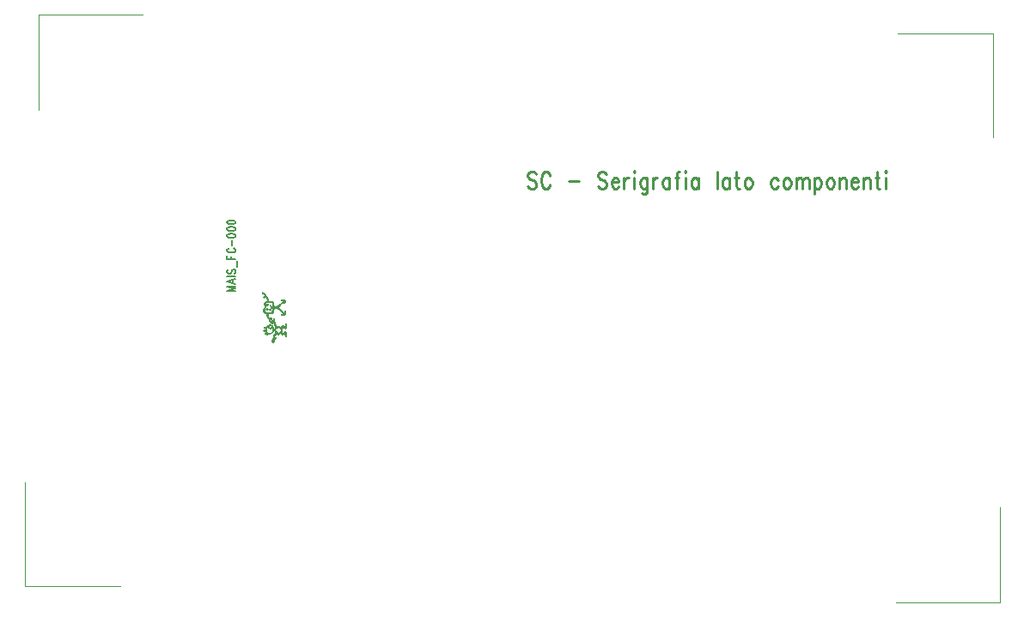
<source format=gbr>
*
*
G04 PADS Layout (Build Number 2007.65.1) generated Gerber (RS-274-X) file*
G04 PC Version=2.1*
*
%IN "P2007_0000_RBCS_RC_MAIS"*%
*
%MOIN*%
*
%FSLAX35Y35*%
*
*
*
*
G04 PC Standard Apertures*
*
*
G04 Thermal Relief Aperture macro.*
%AMTER*
1,1,$1,0,0*
1,0,$1-$2,0,0*
21,0,$3,$4,0,0,45*
21,0,$3,$4,0,0,135*
%
*
*
G04 Annular Aperture macro.*
%AMANN*
1,1,$1,0,0*
1,0,$2,0,0*
%
*
*
G04 Odd Aperture macro.*
%AMODD*
1,1,$1,0,0*
1,0,$1-0.005,0,0*
%
*
*
G04 PC Custom Aperture Macros*
*
*
*
*
*
*
G04 PC Aperture Table*
*
%ADD010C,0.01*%
%ADD040C,0.001*%
%ADD154C,0.004*%
%ADD157C,0.006*%
*
*
*
*
G04 PC Copper Outlines (0)*
G04 Layer Name P2007_0000_RBCS_RC_MAIS - dark (0)*
%LPD*%
*
*
G04 PC Area=Custom_Thermal*
*
G04 PC Custom Flashes*
G04 Layer Name P2007_0000_RBCS_RC_MAIS - flashes*
%LPD*%
*
*
G04 PC Circuitry*
G04 Layer Name P2007_0000_RBCS_RC_MAIS - circuitry*
%LPD*%
*
G54D10*
G01X514599Y469405D02*
X514145Y470030D01*
X513463Y470342*
X512554*
X511872Y470030*
X511417Y469405*
Y468780*
X511645Y468155*
X511872Y467842*
X512326Y467530*
X513690Y466905*
X514145Y466592*
X514372Y466280*
X514599Y465655*
Y464717*
X514145Y464092*
X513463Y463780*
X512554*
X511872Y464092*
X511417Y464717*
X520054Y468780D02*
X519826Y469405D01*
X519372Y470030*
X518917Y470342*
X518008*
X517554Y470030*
X517099Y469405*
X516872Y468780*
X516645Y467842*
Y466280*
X516872Y465342*
X517099Y464717*
X517554Y464092*
X518008Y463780*
X518917*
X519372Y464092*
X519826Y464717*
X520054Y465342*
X527326Y466592D02*
X531417D01*
X541872Y469405D02*
X541417Y470030D01*
X540736Y470342*
X539826*
X539145Y470030*
X538690Y469405*
Y468780*
X538917Y468155*
X539145Y467842*
X539599Y467530*
X540963Y466905*
X541417Y466592*
X541645Y466280*
X541872Y465655*
Y464717*
X541417Y464092*
X540736Y463780*
X539826*
X539145Y464092*
X538690Y464717*
X543917Y466280D02*
X546645D01*
Y466905*
X546417Y467530*
X546190Y467842*
X545736Y468155*
X545054*
X544599Y467842*
X544145Y467217*
X543917Y466280*
Y465655*
X544145Y464717*
X544599Y464092*
X545054Y463780*
X545736*
X546190Y464092*
X546645Y464717*
X548690Y468155D02*
Y463780D01*
Y466280D02*
X548917Y467217D01*
X549372Y467842*
X549826Y468155*
X550508*
X552554Y470342D02*
X552781Y470030D01*
X553008Y470342*
X552781Y470655*
X552554Y470342*
X552781Y468155D02*
Y463780D01*
X557781Y468155D02*
Y463155D01*
X557554Y462217*
X557326Y461905*
X556872Y461592*
X556190*
X555736Y461905*
X557781Y467217D02*
X557326Y467842D01*
X556872Y468155*
X556190*
X555736Y467842*
X555281Y467217*
X555054Y466280*
Y465655*
X555281Y464717*
X555736Y464092*
X556190Y463780*
X556872*
X557326Y464092*
X557781Y464717*
X559826Y468155D02*
Y463780D01*
Y466280D02*
X560054Y467217D01*
X560508Y467842*
X560963Y468155*
X561645*
X566417D02*
Y463780D01*
Y467217D02*
X565963Y467842D01*
X565508Y468155*
X564826*
X564372Y467842*
X563917Y467217*
X563690Y466280*
Y465655*
X563917Y464717*
X564372Y464092*
X564826Y463780*
X565508*
X565963Y464092*
X566417Y464717*
X570281Y470342D02*
X569826D01*
X569372Y470030*
X569145Y469092*
Y463780*
X568463Y468155D02*
X570054D01*
X572326Y470342D02*
X572554Y470030D01*
X572781Y470342*
X572554Y470655*
X572326Y470342*
X572554Y468155D02*
Y463780D01*
X577554Y468155D02*
Y463780D01*
Y467217D02*
X577099Y467842D01*
X576645Y468155*
X575963*
X575508Y467842*
X575054Y467217*
X574826Y466280*
Y465655*
X575054Y464717*
X575508Y464092*
X575963Y463780*
X576645*
X577099Y464092*
X577554Y464717*
X584826Y470342D02*
Y463780D01*
X589599Y468155D02*
Y463780D01*
Y467217D02*
X589145Y467842D01*
X588690Y468155*
X588008*
X587554Y467842*
X587099Y467217*
X586872Y466280*
Y465655*
X587099Y464717*
X587554Y464092*
X588008Y463780*
X588690*
X589145Y464092*
X589599Y464717*
X592326Y470342D02*
Y465030D01*
X592554Y464092*
X593008Y463780*
X593463*
X591645Y468155D02*
X593236D01*
X596645D02*
X596190Y467842D01*
X595736Y467217*
X595508Y466280*
Y465655*
X595736Y464717*
X596190Y464092*
X596645Y463780*
X597326*
X597781Y464092*
X598236Y464717*
X598463Y465655*
Y466280*
X598236Y467217*
X597781Y467842*
X597326Y468155*
X596645*
X608463Y467217D02*
X608008Y467842D01*
X607554Y468155*
X606872*
X606417Y467842*
X605963Y467217*
X605736Y466280*
Y465655*
X605963Y464717*
X606417Y464092*
X606872Y463780*
X607554*
X608008Y464092*
X608463Y464717*
X611645Y468155D02*
X611190Y467842D01*
X610736Y467217*
X610508Y466280*
Y465655*
X610736Y464717*
X611190Y464092*
X611645Y463780*
X612326*
X612781Y464092*
X613236Y464717*
X613463Y465655*
Y466280*
X613236Y467217*
X612781Y467842*
X612326Y468155*
X611645*
X615508D02*
Y463780D01*
Y466905D02*
X616190Y467842D01*
X616645Y468155*
X617326*
X617781Y467842*
X618008Y466905*
Y463780*
Y466905D02*
X618690Y467842D01*
X619145Y468155*
X619826*
X620281Y467842*
X620508Y466905*
Y463780*
X622554Y468155D02*
Y461592D01*
Y467217D02*
X623008Y467842D01*
X623463Y468155*
X624145*
X624599Y467842*
X625054Y467217*
X625281Y466280*
Y465655*
X625054Y464717*
X624599Y464092*
X624145Y463780*
X623463*
X623008Y464092*
X622554Y464717*
X628463Y468155D02*
X628008Y467842D01*
X627554Y467217*
X627326Y466280*
Y465655*
X627554Y464717*
X628008Y464092*
X628463Y463780*
X629145*
X629599Y464092*
X630054Y464717*
X630281Y465655*
Y466280*
X630054Y467217*
X629599Y467842*
X629145Y468155*
X628463*
X632326D02*
Y463780D01*
Y466905D02*
X633008Y467842D01*
X633463Y468155*
X634145*
X634599Y467842*
X634826Y466905*
Y463780*
X636872Y466280D02*
X639599D01*
Y466905*
X639372Y467530*
X639145Y467842*
X638690Y468155*
X638008*
X637554Y467842*
X637099Y467217*
X636872Y466280*
Y465655*
X637099Y464717*
X637554Y464092*
X638008Y463780*
X638690*
X639145Y464092*
X639599Y464717*
X641645Y468155D02*
Y463780D01*
Y466905D02*
X642326Y467842D01*
X642781Y468155*
X643463*
X643917Y467842*
X644145Y466905*
Y463780*
X646872Y470342D02*
Y465030D01*
X647099Y464092*
X647554Y463780*
X648008*
X646190Y468155D02*
X647781D01*
X650054Y470342D02*
X650281Y470030D01*
X650508Y470342*
X650281Y470655*
X650054Y470342*
X650281Y468155D02*
Y463780D01*
G54D40*
X654331Y303150D02*
X694488D01*
Y340157*
X692126Y483858D02*
Y524016D01*
X655118*
X316142Y349606D02*
Y309449D01*
X353150*
X361811Y531496D02*
X321654D01*
Y494488*
G54D154*
X417352Y416316D02*
X417429Y416103D01*
Y415731*
X417429*
X417352Y416316*
X417401Y415442D02*
X417352Y416316D01*
X417429Y415731*
X417429*
X417401Y415442*
X417303Y415196*
X417352Y416316*
X417352*
X417401Y415442*
X417248Y416381D02*
X417352Y416316D01*
X417303Y415196*
X417303*
X417248Y416381*
X417303Y415196D02*
X417090Y414929D01*
X417118Y416348*
X417118*
X417303Y415196*
X417248Y416381D02*
X417303Y415196D01*
X417118Y416348*
X417118*
X417248Y416381*
X417074Y420599D02*
X417227Y420260D01*
Y420020*
X417227*
X417074Y420599*
X417227Y419605D02*
X417074Y420599D01*
X417227Y420020*
X417227*
Y419605*
X417096Y419398D02*
X417074Y420599D01*
X417227Y419605*
X417227*
X417096Y419398*
X417014Y416261D02*
X417118Y416348D01*
X417090Y414929*
X417090*
X417014Y416261*
X417096Y419398D02*
X416971Y419354D01*
X417074Y420599*
X417074*
X417096Y419398*
X417090Y414929D02*
X416861Y414792D01*
X416932Y415720*
X416932*
X417090Y414929*
X416954Y415873D02*
X417090Y414929D01*
X416932Y415720*
X416932*
X416954Y415873*
Y416059D02*
X417090Y414929D01*
X416954Y415873*
X416954*
Y416059*
X417014Y416261D02*
X417090Y414929D01*
X416954Y416059*
X416954*
X417014Y416261*
X416954Y420719D02*
X417074Y420599D01*
X416971Y419354*
X416971*
X416954Y420719*
X416971Y419354D02*
X416790Y419447D01*
X416954Y420719*
X416954*
X416971Y419354*
X416691Y420828D02*
X416954Y420719D01*
X416790Y419447*
X416790*
X416691Y420828*
X416698Y419518D02*
X416691Y420828D01*
X416790Y419447*
X416790*
X416698Y419518*
X416845Y415639D02*
X416932Y415720D01*
X416861Y414792*
X416861*
X416845Y415639*
X416861Y414792D02*
X416550Y414705D01*
X416654Y415693*
X416654*
X416861Y414792*
X416768Y415639D02*
X416861Y414792D01*
X416654Y415693*
X416654*
X416768Y415639*
X416845D02*
X416861Y414792D01*
X416768Y415639*
X416768*
X416845*
X416698Y419518D02*
X416610Y419671D01*
X416691Y420828*
X416691*
X416698Y419518*
X416445Y420877D02*
X416691Y420828D01*
X416610Y419671*
X416610*
X416445Y420877*
X416523Y419720D02*
X416445Y420877D01*
X416610Y419671*
X416610*
X416523Y419720*
X416445Y415852D02*
X416654Y415693D01*
X416550Y414705*
X416550*
X416445Y415852*
X416550Y414705D02*
X416309Y414683D01*
X416331Y415141*
X416331*
X416550Y414705*
X416380Y415196D02*
X416550Y414705D01*
X416331Y415141*
X416331*
X416380Y415196*
Y415327D02*
X416550Y414705D01*
X416380Y415196*
X416380*
Y415327*
X416445Y415852D02*
X416550Y414705D01*
X416380Y415327*
X416380*
X416445Y415852*
X416523Y419720D02*
X416392Y419643D01*
X416445Y420877*
X416445*
X416523Y419720*
X416216Y420877D02*
X416445D01*
X416392Y419643*
X416392*
X416216Y420877*
X416271Y420097D02*
X416216Y420877D01*
X416392Y419643*
X416392*
X416271Y420097*
X416243Y420206D02*
X416216Y420877D01*
X416271Y420097*
X416271*
X416243Y420206*
X416314Y415962D02*
X416445Y415852D01*
X416380Y415327*
X416380*
X416314Y415962*
X416353Y415414D02*
X416314Y415962D01*
X416314D02*
X416380Y415327D01*
X416380*
X416353Y415414*
X416392Y419643D02*
X416140Y419463D01*
X416200Y419960*
X416200*
X416392Y419643*
X416271Y420097D02*
X416392Y419643D01*
X416200Y419960*
X416200*
X416271Y420097*
X416353Y415414D02*
X416134Y415661D01*
X416314Y415962*
X416314D02*
X416314D01*
X416314D02*
X416353Y415414D01*
X416255Y415114D02*
X416331Y415141D01*
X416309Y414683*
X416309*
X416255Y415114*
X416118Y416142D02*
X416314Y415962D01*
X416314D02*
X416134Y415661D01*
X416134*
X416118Y416142*
X416309Y414683D02*
X416009Y414710D01*
X416140Y415114*
X416140*
X416309Y414683*
X416255Y415114D02*
X416309Y414683D01*
X416140Y415114*
X416140*
X416255*
X416243Y420206D02*
X416063Y420288D01*
X416216Y420877*
X416216*
X416243Y420206*
X415949Y420828D02*
X416216Y420877D01*
X416063Y420288*
X416063*
X415949Y420828*
X416020Y419774D02*
X416200Y419960D01*
X416140Y419463*
X416140*
X416020Y419774*
X415976Y415114D02*
X416140D01*
X416009Y414710*
X416009*
X415976Y415114*
X416140Y419463D02*
X415910Y419255D01*
X416020Y419774*
X416020*
X416140Y419463*
X416134Y415661D02*
X415926Y415885D01*
X416118Y416142*
X416118*
X416134Y415661*
X415905Y416305D02*
X416118Y416142D01*
X415926Y415885*
X415926*
X415905Y416305*
X416063Y420288D02*
X415845Y420331D01*
X415949Y420828*
X415949*
X416063Y420288*
X415850Y419616D02*
X416020Y419774D01*
X415910Y419255*
X415910*
X415850Y419616*
X416009Y414710D02*
X415818Y414775D01*
X415976Y415114*
X415976*
X416009Y414710*
X415813Y415092D02*
X415976Y415114D01*
X415818Y414775*
X415818*
X415813Y415092*
X415741Y420713D02*
X415949Y420828D01*
X415845Y420331*
X415845*
X415741Y420713*
X415926Y415885D02*
X415686Y416109D01*
X415719Y416535*
X415719*
X415926Y415885*
X415905Y416305D02*
X415926Y415885D01*
X415719Y416535*
X415719*
X415905Y416305*
X415910Y419255D02*
X415681Y419042D01*
X415850Y419616*
X415850*
X415910Y419255*
X415539Y419332D02*
X415850Y419616D01*
X415681Y419042*
X415681*
X415539Y419332*
X415845Y420331D02*
X415703Y420430D01*
X415741Y420713*
X415741*
X415845Y420331*
X415818Y414775D02*
X415704Y414863D01*
X415709Y415027*
X415709*
X415818Y414775*
X415813Y415092D02*
X415818Y414775D01*
X415709Y415027*
X415709*
X415813Y415092*
X415643Y420604D02*
X415741Y420713D01*
X415703Y420430*
X415703*
X415643Y420604*
X415485Y416748D02*
X415719Y416535D01*
X415686Y416109*
X415686*
X415485Y416748*
X415682Y414934D02*
X415709Y415027D01*
X415704Y414863*
X415704*
X415682Y414934*
X415703Y420430D02*
X415643Y420522D01*
Y420604*
X415643*
X415703Y420430*
X415686Y416109D02*
X415375Y416376D01*
X415485Y416748*
X415485*
X415686Y416109*
X415681Y419042D02*
X415414Y418775D01*
X415539Y419332*
X415539*
X415681Y419042*
X415309Y419124D02*
X415539Y419332D01*
X415414Y418775*
X415414*
X415309Y419124*
X415359Y416873D02*
X415485Y416748D01*
X415375Y416376*
X415375*
X415359Y416873*
X415414Y418775D02*
X415156Y418490D01*
X415309Y419124*
X415309*
X415414Y418775*
X415375Y416376D02*
X414883Y416786D01*
X415009Y417240*
X415009*
X415375Y416376*
X415151Y417114D02*
X415375Y416376D01*
X415009Y417240*
X415009*
X415151Y417114*
X415359Y416873D02*
X415375Y416376D01*
X415151Y417114*
X415151*
X415359Y416873*
X415031Y418917D02*
X415309Y419124D01*
X415156Y418490*
X415156*
X415031Y418917*
X415156Y418490D02*
X414921Y418201D01*
X415031Y418917*
X415031*
X415156Y418490*
X414796Y418726D02*
X415031Y418917D01*
X414921Y418201*
X414921*
X414796Y418726*
X414834Y418043D02*
X414796Y418726D01*
X414921Y418201*
X414921*
X414834Y418043*
X414851Y417480D02*
X415009Y417240D01*
X414883Y416786*
X414883*
X414851Y417480*
X414883Y416786D02*
X414479Y417048D01*
X414730Y417666*
X414730*
X414883Y416786*
X414851Y417480D02*
X414883Y416786D01*
X414730Y417666*
X414730*
X414851Y417480*
X414834Y418043D02*
X414730Y417819D01*
X414796Y418726*
X414796*
X414834Y418043*
X414457Y418490D02*
X414796Y418726D01*
X414730Y417819*
X414730*
X414457Y418490*
X414730Y417666D02*
X414457Y418490D01*
X414730Y417819*
X414730*
Y417666*
X414479Y417048D02*
X414457Y418490D01*
X414730Y417666*
X414730*
X414479Y417048*
X414036Y417288*
X414053Y418228*
X414053*
X414479Y417048*
X414227Y418348D02*
X414479Y417048D01*
X414053Y418228*
X414053*
X414227Y418348*
X414457Y418490D02*
X414479Y417048D01*
X414227Y418348*
X414227*
X414457Y418490*
X413845Y418119D02*
X414053Y418228D01*
X414036Y417288*
X414036*
X413845Y418119*
X414036Y417288D02*
X413791Y417387D01*
X413845Y418119*
X413845*
X414036Y417288*
X413660Y418048D02*
X413845Y418119D01*
X413791Y417387*
X413791*
X413660Y418048*
X413791Y417387D02*
X413605Y417436D01*
X413660Y418048*
X413660*
X413791Y417387*
X413556Y418015D02*
X413660Y418048D01*
X413605Y417436*
X413605*
X413556Y418015*
X413605Y417436D02*
X413392D01*
X413397Y418015*
X413397*
X413605Y417436*
X413556Y418015D02*
X413605Y417436D01*
X413397Y418015*
X413397*
X413556*
X413233D02*
X413397D01*
X413392Y417436*
X413392*
X413233Y418015*
X413392Y417436D02*
X413222Y417354D01*
X413233Y418015*
X413233*
X413392Y417436*
X413026Y418108D02*
X413233Y418015D01*
X413222Y417354*
X413222*
X413026Y418108*
X413222Y417354D02*
X412971Y417184D01*
X413026Y418108*
X413026*
X413222Y417354*
X412857Y418239D02*
X413026Y418108D01*
X412971Y417184*
X412971*
X412857Y418239*
X412971Y417184D02*
X412829Y417042D01*
X412857Y418239*
X412857*
X412971Y417184*
X412753Y418359D02*
X412857Y418239D01*
X412829Y417042*
X412829*
X412753Y418359*
X412829Y417042D02*
X412627Y416769D01*
X412671Y418644*
X412671*
X412829Y417042*
X412753Y418359D02*
X412829Y417042D01*
X412671Y418644*
X412671*
X412753Y418359*
X412616Y419714D02*
X412671Y419485D01*
Y419042*
X412671*
X412616Y419714*
X412671Y418644D02*
X412616Y419714D01*
X412671Y419042*
X412671*
Y418644*
X412627Y416769D02*
X412616Y419714D01*
X412671Y418644*
X412671*
X412627Y416769*
X412535Y416535*
X412616Y419714*
X412616*
X412627Y416769*
X412507Y419851D02*
X412616Y419714D01*
X412535Y416535*
X412535*
X412507Y419851*
X412513Y416251D02*
X412507Y419851D01*
X412535Y416535*
X412535*
X412513Y416251*
X412490Y415836*
X412507Y419851*
X412507*
X412513Y416251*
X412354Y419954D02*
X412507Y419851D01*
X412490Y415836*
X412490*
X412354Y419954*
X412419Y415601D02*
X412354Y419954D01*
X412490Y415836*
X412490*
X412419Y415601*
X412283Y415426*
X412313Y419175*
X412313*
X412419Y415601*
X412354Y419954D02*
X412419Y415601D01*
X412313Y419175*
X412313*
X412354Y419954*
X412118Y420031D02*
X412354Y419954D01*
X412288Y419398*
X412288*
X412118Y420031*
X412313Y419175D02*
X412288Y419398D01*
X412354Y419954*
X412354*
X412313Y419175*
X412189Y419567D02*
X412118Y420031D01*
X412288Y419398*
X412288*
X412189Y419567*
X412268Y418738D02*
X412313Y419175D01*
X412283Y415426*
X412283*
X412268Y418738*
X412283Y415426D02*
X412124Y415306D01*
X412129Y416762*
X412129*
X412283Y415426*
X412149Y417169D02*
X412283Y415426D01*
X412129Y416762*
X412129*
X412149Y417169*
X412179Y417481D02*
X412283Y415426D01*
X412149Y417169*
X412149*
X412179Y417481*
X412204Y417781D02*
X412283Y415426D01*
X412179Y417481*
X412179*
X412204Y417781*
Y418088D02*
X412283Y415426D01*
X412204Y417781*
X412204*
Y418088*
X412224Y418386D02*
X412283Y415426D01*
X412204Y418088*
X412204*
X412224Y418386*
X412268Y418738D02*
X412283Y415426D01*
X412224Y418386*
X412224*
X412268Y418738*
X412189Y419567D02*
X411930Y419681D01*
X412118Y420031*
X412118*
X412189Y419567*
X412104Y416360D02*
X412129Y416762D01*
X412124Y415306*
X412124*
X412104Y416360*
X412124Y415306D02*
X411868Y415273D01*
X411871Y415745*
X411871*
X412124Y415306*
X411980Y415859D02*
X412124Y415306D01*
X411871Y415745*
X411871*
X411980Y415859*
X412040Y415963D02*
X412124Y415306D01*
X411980Y415859*
X411980*
X412040Y415963*
X412085Y416191D02*
X412124Y415306D01*
X412040Y415963*
X412040*
X412085Y416191*
X412104Y416360D02*
X412124Y415306D01*
X412085Y416191*
X412085*
X412104Y416360*
X411829Y420064D02*
X412118Y420031D01*
X411930Y419681*
X411930*
X411829Y420064*
X411930Y419681D02*
X411712Y419731D01*
X411829Y420064*
X411829D02*
X411829D01*
X411829D02*
X411930Y419681D01*
X411873Y413568D02*
X411829Y413470D01*
X411835Y413704*
X411835*
X411873Y413568*
X411752Y415690D02*
X411871Y415745D01*
X411868Y415273*
X411868*
X411752Y415690*
X411868Y415273D02*
X411496D01*
X411549Y415690*
X411549*
X411868Y415273*
X411752Y415690D02*
X411868Y415273D01*
X411549Y415690*
X411549*
X411752*
X411736Y413825D02*
X411835Y413704D01*
X411829Y413470*
X411829*
X411736Y413825*
X411829Y413470D02*
X411660Y413388D01*
X411736Y413825*
X411736*
X411829Y413470*
X410960Y420064D02*
X411829D01*
X411829D02*
X411712Y419731D01*
X411712*
X410960Y420064*
X411375Y419751D02*
X410960Y420064D01*
X410960D02*
X411712Y419731D01*
X411712*
X411375Y419751*
X411627Y413885D02*
X411736Y413825D01*
X411660Y413388*
X411660*
X411627Y413885*
X411682Y412307D02*
X411644Y412094D01*
Y412411*
X411644*
X411682Y412307*
X411660Y413388D02*
X411458Y413279D01*
X411627Y413885*
X411627*
X411660Y413388*
X411557Y412514D02*
X411644Y412411D01*
Y412094*
X411644*
X411557Y412514*
X411606Y411957D02*
X411557Y412514D01*
X411644Y412094*
X411644*
X411606Y411957*
X411446Y413853D02*
X411627Y413885D01*
X411458Y413279*
X411458*
X411446Y413853*
X411606Y411957D02*
X411540Y411875D01*
X411557Y412514*
X411557*
X411606Y411957*
X411436Y412651D02*
X411557Y412514D01*
X411540Y411875*
X411540*
X411436Y412651*
X411485Y411886D02*
X411436Y412651D01*
X411540Y411875*
X411540*
X411485Y411886*
X411191Y415690D02*
X411549D01*
X411496Y415273*
X411496*
X411191Y415690*
X411496Y415273D02*
X410562Y415300D01*
X410829Y415750*
X410829*
X411496Y415273*
X411191Y415690D02*
X411496Y415273D01*
X410829Y415750*
X410829*
X411191Y415690*
X411485Y411886D02*
X411409Y411941D01*
X411436Y412651*
X411436*
X411485Y411886*
X411458Y413279D02*
X411338Y413164D01*
X411446Y413853*
X411446*
X411458Y413279*
X411316Y413749D02*
X411446Y413853D01*
X411338Y413164*
X411338*
X411316Y413749*
X411355Y412809D02*
X411436Y412651D01*
X411409Y411941*
X411409*
X411355Y412809*
X411409Y411941D02*
X411294Y412055D01*
X411295Y412902*
X411295*
X411409Y411941*
X411355Y412809D02*
X411409Y411941D01*
X411295Y412902*
X411295*
X411355Y412809*
X411375Y419751D02*
X410952D01*
X410960Y420064*
X410960D02*
X410960D01*
X410960D02*
X411375Y419751D01*
X411338Y413164D02*
X411295Y413071D01*
X411316Y413749*
X411316*
X411338Y413164*
X411217Y413601D02*
X411316Y413749D01*
X411295Y413071*
X411295*
X411217Y413601*
X411295Y412902D02*
X411217Y413601D01*
X411295Y413071*
X411295*
Y412902*
X411294Y412055D02*
X411217Y413601D01*
X411295Y412902*
X411295*
X411294Y412055*
X411185Y412214*
X411217Y413601*
X411217*
X411294Y412055*
X411163Y413481D02*
X411217Y413601D01*
X411185Y412214*
X411185*
X411163Y413481*
X411185Y412214D02*
X411092Y412377D01*
X411097Y413438*
X411097*
X411185Y412214*
X411163Y413481D02*
X411185Y412214D01*
X411097Y413438*
X411097*
X411163Y413481*
X410994Y413492D02*
X411097Y413438D01*
X411092Y412377*
X411092*
X410994Y413492*
X410999Y412541D02*
X410994Y413492D01*
X411092Y412377*
X411092*
X410999Y412541*
X410928Y412721*
X410994Y413492*
X410994*
X410999Y412541*
X410873Y413640D02*
X410994Y413492D01*
X410928Y412721*
X410928*
X410873Y413640*
X410890Y412896D02*
X410873Y413640D01*
X410928Y412721*
X410928*
X410890Y412896*
X410753Y420337D02*
X410960Y420064D01*
X410960D02*
X410952Y419751D01*
X410952*
X410753Y420337*
X410952Y419751D02*
X410486Y419796D01*
X410655Y420550*
X410655*
X410952Y419751*
X410578Y420785D02*
X410655Y420550D01*
X410486Y419796*
X410486*
X410578Y420785*
X410496Y421069D02*
X410578Y420785D01*
X410486Y419796*
X410486*
X410496Y421069*
X410753Y420337D02*
X410952Y419751D01*
X410655Y420550*
X410655*
X410753Y420337*
X410890Y412896D02*
X410868Y413076D01*
X410873Y413640*
X410873*
X410890Y412896*
X410770Y413803D02*
X410873Y413640D01*
X410868Y413076*
X410868*
X410770Y413803*
X410836Y413158D02*
X410770Y413803D01*
X410868Y413076*
X410868*
X410836Y413158*
X410699Y413289*
X410770Y413803*
X410770*
X410836Y413158*
X410457Y415750D02*
X410829D01*
X410562Y415300*
X410562*
X410457Y415750*
X410535Y415246D02*
X410457Y415750D01*
X410562Y415300*
X410562*
X410535Y415246*
Y414716D02*
X410457Y415750D01*
X410535Y415246*
X410535*
Y414716*
X410672Y413989D02*
X410770Y413803D01*
X410699Y413289*
X410699*
X410672Y413989*
X410699Y413289D02*
X410551Y413437D01*
X410557Y414404*
X410557*
X410699Y413289*
X410601Y414218D02*
X410699Y413289D01*
X410557Y414404*
X410557*
X410601Y414218*
X410672Y413989D02*
X410699Y413289D01*
X410601Y414218*
X410601*
X410672Y413989*
X410535Y414716D02*
X410557Y414404D01*
X410551Y413437*
X410551*
X410535Y414716*
X410551Y413437D02*
X410414Y413606D01*
X410457Y415750*
X410457*
X410551Y413437*
X410535Y414716D02*
X410551Y413437D01*
X410457Y415750*
X410457*
X410535Y414716*
X410398Y421326D02*
X410496Y421069D01*
X410486Y419796*
X410486*
X410398Y421326*
X410486Y419796D02*
X410099Y419825D01*
X410333Y420069*
X410333*
X410486Y419796*
X410333Y420157D02*
X410486Y419796D01*
X410333Y420069*
X410333*
Y420157*
X410398Y421326D02*
X410486Y419796D01*
X410333Y420157*
X410333*
X410398Y421326*
X410059Y415779D02*
X410457Y415750D01*
X410414Y413606*
X410414*
X410059Y415779*
X410310Y413792D02*
X410059Y415779D01*
X410414Y413606*
X410414*
X410310Y413792*
X410207Y414016D02*
X410059Y415779D01*
X410310Y413792*
X410310*
X410207Y414016*
X410125Y414737D02*
X410059Y415779D01*
X410207Y414016*
X410207*
X410125Y414737*
X410158Y414212D02*
X410125Y414737D01*
X410207Y414016*
X410207*
X410158Y414212*
X410103Y415000D02*
X410059Y415779D01*
X410125Y414737*
X410125*
X410103Y415000*
X410245Y421626D02*
X410398Y421326D01*
X410333Y420157*
X410333*
X410245Y421626*
X410294Y420309D02*
X410245Y421626D01*
X410333Y420157*
X410333*
X410294Y420309*
X410251Y420462D02*
X410245Y421626D01*
X410294Y420309*
X410294*
X410251Y420462*
X409983Y420069D02*
X410333D01*
X410099Y419825*
X410099*
X409983Y420069*
X410251Y420462D02*
X410218Y420621D01*
X410245Y421626*
X410245*
X410251Y420462*
X410087Y421899D02*
X410245Y421626D01*
X410218Y420621*
X410218*
X410087Y421899*
X410163Y420795D02*
X410087Y421899D01*
X410218Y420621*
X410218*
X410163Y420795*
X410120Y420965D02*
X410087Y421899D01*
X410163Y420795*
X410163*
X410120Y420965*
X410158Y414212D02*
X410125Y414431D01*
Y414737*
X410125*
X410158Y414212*
X410120Y420965D02*
X410037Y421173D01*
X410087Y421899*
X410087*
X410120Y420965*
X410103Y415000D02*
X410043Y415207D01*
X410059Y415779*
X410059*
X410103Y415000*
X410099Y419825D02*
X409940Y419805D01*
X409983Y420069*
X409983*
X410099Y419825*
X409884Y422156D02*
X410087Y421899D01*
X410037Y421173*
X410037*
X409884Y422156*
X409944Y421337D02*
X409884Y422156D01*
X410037Y421173*
X410037*
X409944Y421337*
X409781Y415779D02*
X410059D01*
X410043Y415207*
X410043*
X409781Y415779*
X409939Y415338D02*
X409781Y415779D01*
X410043Y415207*
X410043*
X409939Y415338*
X409814Y415376D02*
X409781Y415779D01*
X409939Y415338*
X409939*
X409814Y415376*
X409742Y420069D02*
X409983D01*
X409940Y419805*
X409940*
X409742Y420069*
X409746Y419671D02*
X409742Y420069D01*
X409940Y419805*
X409940*
X409746Y419671*
X409944Y421337D02*
X409841Y421512D01*
X409884Y422156*
X409884*
X409944Y421337*
X409693Y422342D02*
X409884Y422156D01*
X409841Y421512*
X409841*
X409693Y422342*
X409841Y421512D02*
X409677Y421801D01*
X409693Y422342*
X409693*
X409841Y421512*
X409814Y415376D02*
X409639Y415409D01*
X409781Y415779*
X409781*
X409814Y415376*
X409628Y415844D02*
X409781Y415779D01*
X409639Y415409*
X409639*
X409628Y415844*
X409746Y419671D02*
X409627Y419527D01*
X409742Y420069*
X409742*
X409746Y419671*
X409573Y420020D02*
X409742Y420069D01*
X409627Y419527*
X409627*
X409573Y420020*
X409584Y422446D02*
X409693Y422342D01*
X409677Y421801*
X409677*
X409584Y422446*
X409677Y421801D02*
X409541Y421997D01*
X409546Y422604*
X409546*
X409677Y421801*
X409584Y422446D02*
X409677Y421801D01*
X409546Y422604*
X409546*
X409584Y422446*
X409639Y415409D02*
X409464Y415431D01*
X409474Y415958*
X409474*
X409639Y415409*
X409628Y415844D02*
X409639Y415409D01*
X409474Y415958*
X409474*
X409628Y415844*
X409627Y419527D02*
X409523Y419299D01*
X409573Y420020*
X409573*
X409627Y419527*
X409475Y419965D02*
X409573Y420020D01*
X409523Y419299*
X409523*
X409475Y419965*
X409481Y422795D02*
X409546Y422604D01*
X409541Y421997*
X409541*
X409481Y422795*
Y422019D02*
Y422795D01*
X409541Y421997*
X409541*
X409481Y422019*
X409523Y419299D02*
X409464Y419080D01*
X409475Y419965*
X409475*
X409523Y419299*
X409469Y418579D02*
X409508Y418391D01*
Y418138*
X409508*
X409469Y418579*
X409474Y417730D02*
X409469Y418579D01*
X409508Y418138*
X409508*
X409474Y417730*
X409481Y422019D02*
X409442Y421948D01*
X409481Y422795*
X409481*
Y422019*
X409332Y422981D02*
X409481Y422795D01*
X409442Y421948*
X409442*
X409332Y422981*
X409382Y421834D02*
X409332Y422981D01*
X409442Y421948*
X409442*
X409382Y421834*
X409360Y419851D02*
X409475Y419965D01*
X409464Y419080*
X409464*
X409360Y419851*
X409444Y418852D02*
X409360Y419851D01*
X409464Y419080*
X409464*
X409444Y418852*
X409409Y417427D02*
X409360Y419851D01*
X409444Y418852*
X409444*
X409409Y417427*
X409305Y416122D02*
X409474Y415958D01*
X409464Y415431*
X409464*
X409305Y416122*
X409474Y417730D02*
X409409Y417427D01*
X409444Y418852*
X409444*
X409474Y417730*
X409469Y418579D02*
X409474Y417730D01*
X409444Y418852*
X409444*
X409469Y418579*
X409464Y415431D02*
X409284Y415513D01*
X409305Y416122*
X409305*
X409464Y415431*
X409409Y417427D02*
X409340Y417149D01*
X409360Y419851*
X409360*
X409409Y417427*
X409382Y421834D02*
X409311Y421653D01*
X409332Y422981*
X409332*
X409382Y421834*
X409234Y419703D02*
X409360Y419851D01*
X409340Y417149*
X409340*
X409234Y419703*
X409246Y416881D02*
X409234Y419703D01*
X409340Y417149*
X409340*
X409246Y416881*
X409207Y423106D02*
X409332Y422981D01*
X409311Y421653*
X409311*
X409207Y423106*
X409217Y422336D02*
X409207Y423106D01*
X409311Y421653*
X409311*
X409217Y422336*
X409219Y421566D02*
X409217Y422336D01*
X409311Y421653*
X409311*
X409219Y421566*
X409186Y416326D02*
X409305Y416122D01*
X409284Y415513*
X409284*
X409186Y416326*
X409284Y415513D02*
X409126Y415616D01*
X409186Y416326*
X409186*
X409284Y415513*
X409169Y417731D02*
X409186Y416326D01*
X409126Y415616*
X409126*
X409169Y417731*
X409246Y416881D02*
X409186Y416594D01*
X409229Y417911*
X409229*
X409246Y416881*
X409229Y418146D02*
X409246Y416881D01*
X409229Y417911*
X409229*
Y418146*
X409234Y419703D02*
X409246Y416881D01*
X409229Y418146*
X409229*
X409234Y419703*
X409114Y419528D02*
X409234Y419703D01*
X409229Y418146*
X409229*
X409114Y419528*
X409196Y418299D02*
X409114Y419528D01*
X409229Y418146*
X409229*
X409196Y418299*
X409130Y418506D02*
X409114Y419528D01*
X409196Y418299*
X409196*
X409130Y418506*
X409169Y417731D02*
X409229Y417911D01*
X409186Y416594*
X409186*
X409169Y417731*
X409186Y416326D02*
X409169Y417731D01*
X409186Y416594*
X409186*
Y416326*
X409219Y421566D02*
X409088Y421517D01*
X409097Y422134*
X409097*
X409219Y421566*
X409174Y422227D02*
X409219Y421566D01*
X409097Y422134*
X409097*
X409174Y422227*
X409217Y422336D02*
X409219Y421566D01*
X409174Y422227*
X409174*
X409217Y422336*
X409185Y422462*
X409207Y423106*
X409207*
X409217Y422336*
X409054Y423254D02*
X409207Y423106D01*
X409185Y422462*
X409185*
X409054Y423254*
X409136Y422560D02*
X409054Y423254D01*
X409185Y422462*
X409185*
X409136Y422560*
X409059Y417523D02*
X409169Y417731D01*
X409126Y415616*
X409126*
X409059Y417523*
X409136Y422560D02*
X408972Y422708D01*
X409054Y423254*
X409054*
X409136Y422560*
X409130Y418506D02*
X409070Y418665D01*
X409114Y419528*
X409114*
X409130Y418506*
X409126Y415616D02*
X408939Y415797D01*
X408956Y417392*
X408956*
X409126Y415616*
X409059Y417523D02*
X409126Y415616D01*
X408956Y417392*
X408956*
X409059Y417523*
X409032Y419381D02*
X409114Y419528D01*
X409070Y418665*
X409070*
X409032Y419381*
X408966Y422031D02*
X409097Y422134D01*
X409088Y421517*
X409088*
X408966Y422031*
X409088Y421517D02*
X408907Y421550D01*
X408966Y422031*
X408966*
X409088Y421517*
X409070Y418665D02*
X409005Y418846D01*
X409032Y419381*
X409032*
X409070Y418665*
X408835Y423412D02*
X409054Y423254D01*
X408972Y422708*
X408972*
X408835Y423412*
X408972Y419233D02*
X409032Y419381D01*
X409005Y418846*
X409005*
X408972Y419233*
X409005Y418846D02*
X408972Y419020D01*
Y419233*
X408972*
X409005Y418846*
X408972Y422708D02*
X408808Y422795D01*
X408835Y423412*
X408835*
X408972Y422708*
X408868Y421949D02*
X408966Y422031D01*
X408907Y421550*
X408907*
X408868Y421949*
X408863Y417278D02*
X408956Y417392D01*
X408939Y415797*
X408939*
X408863Y417278*
X408939Y415797D02*
X408802Y415950D01*
X408863Y417278*
X408863*
X408939Y415797*
X408907Y421550D02*
X408797Y421665D01*
X408803Y421889*
X408803*
X408907Y421550*
X408868Y421949D02*
X408907Y421550D01*
X408803Y421889*
X408803*
X408868Y421949*
X408748Y417136D02*
X408863Y417278D01*
X408802Y415950*
X408802*
X408748Y417136*
X408634Y423532D02*
X408835Y423412D01*
X408808Y422795*
X408808*
X408634Y423532*
X408808Y422795D02*
X408634Y422915D01*
Y423532*
X408634*
X408808Y422795*
X408765Y421791D02*
X408803Y421889D01*
X408797Y421665*
X408797*
X408765Y421791*
X408802Y415950D02*
X408710Y416125D01*
X408748Y417136*
X408748*
X408802Y415950*
X408639Y416949D02*
X408748Y417136D01*
X408710Y416125*
X408710*
X408639Y416949*
X408710Y416125D02*
X408639Y416327D01*
Y416949*
X408639*
X408710Y416125*
X408590Y416774D02*
X408639Y416949D01*
Y416327*
X408639*
X408590Y416774*
X408639Y416327D02*
X408590Y416540D01*
Y416774*
X408590*
X408639Y416327*
X408459Y423603D02*
X408634Y423532D01*
Y422915*
X408634*
X408459Y423603*
X408530Y422981D02*
X408459Y423603D01*
X408634Y422915*
X408634*
X408530Y422981*
X408421Y423063*
X408459Y423603*
X408459*
X408530Y422981*
X408361Y423570D02*
X408459Y423603D01*
X408421Y423063*
X408421*
X408361Y423570*
X408421Y423063D02*
X408339Y423194D01*
X408361Y423570*
X408361*
X408421Y423063*
X408284Y423456D02*
X408361Y423570D01*
X408339Y423194*
X408339*
X408284Y423456*
X408339Y423194D02*
X408284Y423297D01*
Y423456*
X408284*
X408339Y423194*
X411807Y418177D02*
X411840Y418068D01*
Y417824*
X411840*
X411807Y418177*
X411840Y417663D02*
X411807Y418177D01*
X411840Y417824*
X411840*
Y417663*
X411812Y417408D02*
X411807Y418177D01*
X411840Y417663*
X411840*
X411812Y417408*
X411790Y417250*
X411807Y418177*
X411807*
X411812Y417408*
X411731Y418303D02*
X411807Y418177D01*
X411790Y417250*
X411790*
X411731Y418303*
X411748Y417088D02*
X411731Y418303D01*
X411790Y417250*
X411790*
X411748Y417088*
X411687Y416971*
X411731Y418303*
X411731*
X411748Y417088*
X411622Y418444D02*
X411731Y418303D01*
X411655Y417712*
X411655*
X411622Y418444*
X411687Y416971D02*
X411655Y417712D01*
X411731Y418303*
X411731*
X411687Y416971*
X411627Y417937D02*
X411622Y418444D01*
X411655Y417712*
X411655*
X411627Y417937*
X411687Y416971D02*
X411560Y416871D01*
X411577Y417264*
X411577*
X411687Y416971*
X411625Y417376D02*
X411687Y416971D01*
X411577Y417264*
X411577*
X411625Y417376*
X411655Y417510D02*
X411687Y416971D01*
X411625Y417376*
X411625*
X411655Y417510*
Y417712D02*
X411687Y416971D01*
X411655Y417510*
X411655*
Y417712*
X411627Y417937D02*
X411544Y418126D01*
X411622Y418444*
X411622*
X411627Y417937*
X411524Y418522D02*
X411622Y418444D01*
X411544Y418126*
X411544*
X411524Y418522*
X411518Y417184D02*
X411577Y417264D01*
X411560Y416871*
X411560*
X411518Y417184*
X411560Y416871D02*
X411468Y416825D01*
X411518Y417184*
X411518*
X411560Y416871*
X411544Y418126D02*
X411481Y418261D01*
X411524Y418522*
X411524*
X411544Y418126*
X411413Y418581D02*
X411524Y418522D01*
X411481Y418261*
X411481*
X411413Y418581*
X411396Y417053D02*
X411518Y417184D01*
X411468Y416825*
X411468*
X411396Y417053*
X411481Y418261D02*
X411398Y418352D01*
X411413Y418581*
X411413*
X411481Y418261*
X411468Y416825D02*
X411335Y416784D01*
X411396Y417053*
X411396*
X411468Y416825*
X411269Y418627D02*
X411413Y418581D01*
X411398Y418352*
X411398*
X411269Y418627*
X411327Y418400D02*
X411269Y418627D01*
X411398Y418352*
X411398*
X411327Y418400*
X411315Y417010D02*
X411396Y417053D01*
X411335Y416784*
X411335*
X411315Y417010*
X411335Y416784D02*
X411193Y416760D01*
X411202Y416988*
X411202*
X411335Y416784*
X411315Y417010D02*
X411335Y416784D01*
X411202Y416988*
X411202*
X411315Y417010*
X411327Y418400D02*
X411228Y418462D01*
X411269Y418627*
X411269*
X411327Y418400*
X411189Y418620D02*
X411269Y418627D01*
X411228Y418462*
X411228*
X411189Y418620*
X411228Y418462D02*
X411159Y418509D01*
X411189Y418620*
X411189*
X411228Y418462*
X411113Y416955D02*
X411202Y416988D01*
X411193Y416760*
X411193*
X411113Y416955*
X411193Y416760D02*
X411104Y416799D01*
X411113Y416955*
X411113*
X411193Y416760*
X411152Y418575D02*
X411189Y418620D01*
X411159Y418509*
X411159*
X411152Y418575*
X411046Y416910D02*
X411113Y416955D01*
X411104Y416799*
X411104*
X411046Y416910*
X411104Y416799D02*
X411037Y416866D01*
X411046Y416910*
X411046*
X411104Y416799*
X410512Y418988D02*
X410567Y418893D01*
X410558Y418703*
X410558*
X410512Y418988*
X410540Y418575D02*
X410512Y418988D01*
X410558Y418703*
X410558*
X410540Y418575*
X410457Y418451*
X410512Y418988*
X410512*
X410540Y418575*
X410416Y419066D02*
X410512Y418988D01*
X410457Y418451*
X410457*
X410416Y419066*
X410421Y417199D02*
X410474Y417103D01*
Y416971*
X410474*
X410421Y417199*
X410456Y416831D02*
X410421Y417199D01*
X410474Y416971*
X410474*
X410456Y416831*
X410457Y418451D02*
X410398Y418406D01*
X410416Y419066*
X410416*
X410457Y418451*
X410456Y416831D02*
X410398Y416734D01*
X410421Y417199*
X410421*
X410456Y416831*
X410368Y417268D02*
X410421Y417199D01*
X410398Y416734*
X410398*
X410368Y417268*
X410304Y419108D02*
X410416Y419066D01*
X410398Y418406*
X410398*
X410304Y419108*
X410398Y416734D02*
X410301Y416622D01*
X410368Y417268*
X410368*
X410398Y416734*
Y418406D02*
X410253Y418398D01*
X410304Y419108*
X410304*
X410398Y418406*
X410273Y417329D02*
X410368Y417268D01*
X410301Y416622*
X410301*
X410273Y417329*
X410121Y419108D02*
X410304D01*
X410253Y418398*
X410253*
X410121Y419108*
X410180Y418437D02*
X410121Y419108D01*
X410253Y418398*
X410253*
X410180Y418437*
X410301Y416622D02*
X410233Y416597D01*
X410273Y417329*
X410273*
X410301Y416622*
X410149Y417352D02*
X410273Y417329D01*
X410233Y416597*
X410233*
X410149Y417352*
X410233Y416597D02*
X410098D01*
X410149Y417352*
X410149*
X410233Y416597*
X410180Y418437D02*
X410076Y418490D01*
X410121Y419108*
X410121*
X410180Y418437*
X410017Y417304D02*
X410149Y417352D01*
X410098Y416597*
X410098*
X410017Y417304*
X410031Y419060D02*
X410121Y419108D01*
X410076Y418490*
X410076*
X410031Y419060*
X410098Y416597D02*
X409996Y416617D01*
X410017Y417304*
X410017*
X410098Y416597*
X410076Y418490D02*
X409994Y418539D01*
X410031Y419060*
X410031*
X410076Y418490*
X409970Y418976D02*
X410031Y419060D01*
X409994Y418539*
X409994*
X409970Y418976*
X409874Y417220D02*
X410017Y417304D01*
X409996Y416617*
X409996*
X409874Y417220*
X409913Y416691D02*
X409874Y417220D01*
X409996Y416617*
X409996*
X409913Y416691*
X409994Y418539D02*
X409935Y418634D01*
X409970Y418976*
X409970*
X409994Y418539*
X409913Y418877D02*
X409970Y418976D01*
X409935Y418634*
X409935*
X409913Y418877*
X409935Y418634D02*
X409891Y418757D01*
X409913Y418877*
X409913*
X409935Y418634*
X409913Y416691D02*
X409849Y416795D01*
X409874Y417220*
X409874*
X409913Y416691*
X409806Y417105D02*
X409874Y417220D01*
X409849Y416795*
X409849*
X409806Y417105*
X409849Y416795D02*
X409783Y416935D01*
X409806Y417105*
X409806*
X409849Y416795*
X409780Y417001D02*
X409806Y417105D01*
X409783Y416935*
X409783*
X409780Y417001*
X417649Y411211D02*
X417700Y411120D01*
Y411019*
X417700*
X417649Y411211*
X417675Y410872D02*
X417649Y411211D01*
X417700Y411019*
X417700*
X417675Y410872*
X417639Y410741*
X417649Y411211*
X417649*
X417675Y410872*
X417563Y411257D02*
X417649Y411211D01*
X417639Y410741*
X417639*
X417563Y411257*
X417609Y410579D02*
X417563Y411257D01*
X417639Y410741*
X417639*
X417609Y410579*
X417584Y410382D02*
X417563Y411257D01*
X417609Y410579*
X417609*
X417584Y410382*
X417528Y408129D02*
X417589Y406559D01*
X417543Y406473*
X417543*
X417528Y408129*
X417584Y410382D02*
X417558Y410194D01*
X417563Y411257*
X417563*
X417584Y410382*
X417457Y411257D02*
X417563D01*
X417558Y410194*
X417558*
X417457Y411257*
X417523Y409981D02*
X417457Y411257D01*
X417558Y410194*
X417558*
X417523Y409981*
X417477Y409814D02*
X417457Y411257D01*
X417523Y409981*
X417523*
X417477Y409814*
X417543Y406473D02*
X417478Y406453D01*
X417483Y408199*
X417483*
X417543Y406473*
X417528Y408129D02*
X417543Y406473D01*
X417483Y408199*
X417483*
X417528Y408129*
X417417Y408250D02*
X417483Y408199D01*
X417478Y406453*
X417478*
X417417Y408250*
X417478Y406453D02*
X417381Y406478D01*
X417417Y408250*
X417417*
X417478Y406453*
X417477Y409814D02*
X417447Y409693D01*
X417457Y411257*
X417457*
X417477Y409814*
X417376Y411196D02*
X417457Y411257D01*
X417447Y409693*
X417447*
X417376Y411196*
X417447Y409693D02*
X417371Y409602D01*
X417376Y411196*
X417376*
X417447Y409693*
X417381Y408250D02*
X417417D01*
X417381Y406478*
X417381*
Y408250*
Y406478D02*
X417265Y406564D01*
X417381Y408250*
X417381*
Y406478*
X417093Y408230D02*
X417381Y408250D01*
X417265Y406564*
X417265*
X417093Y408230*
X417199Y406671D02*
X417093Y408230D01*
X417265Y406564*
X417265*
X417199Y406671*
X417148Y406907D02*
X417093Y408230D01*
X417199Y406671*
X417199*
X417148Y406907*
X417122Y407097D02*
X417093Y408230D01*
X417148Y406907*
X417148*
X417122Y407097*
X417285Y411100D02*
X417376Y411196D01*
X417371Y409602*
X417371*
X417285Y411100*
X417326Y409551D02*
X417285Y411100D01*
X417371Y409602*
X417371*
X417326Y409551*
X417184*
X417209Y410963*
X417209*
X417326Y409551*
X417285Y411100D02*
X417326Y409551D01*
X417209Y410963*
X417209*
X417285Y411100*
X417159Y410822D02*
X417209Y410963D01*
X417184Y409551*
X417184*
X417159Y410822*
X417184Y409551D02*
X417067Y409582D01*
X417093Y410528*
X417093*
X417184Y409551*
X417129Y410625D02*
X417184Y409551D01*
X417093Y410528*
X417093*
X417129Y410625*
X417159Y410822D02*
X417184Y409551D01*
X417129Y410625*
X417129*
X417159Y410822*
X417122Y407097D02*
X417013Y407367D01*
X417093Y408230*
X417093*
X417122Y407097*
X416982Y408179D02*
X417093Y408230D01*
X417013Y407367*
X417013*
X416982Y408179*
X417032Y410447D02*
X417093Y410528D01*
X417067Y409582*
X417067*
X417032Y410447*
X417067Y409582D02*
X416981Y409632D01*
X417032Y410447*
X417032*
X417067Y409582*
X416946Y410392D02*
X417032Y410447D01*
X416981Y409632*
X416981*
X416946Y410392*
X417013Y407367D02*
X416831D01*
X416896Y408103*
X416896*
X417013Y407367*
X416982Y408179D02*
X417013Y407367D01*
X416896Y408103*
X416896*
X416982Y408179*
X416981Y409632D02*
X416931Y409723D01*
X416946Y410392*
X416946*
X416981Y409632*
X416855Y410392D02*
X416946D01*
X416931Y409723*
X416931*
X416855Y410392*
X416931Y409723D02*
X416825Y409825D01*
X416855Y410392*
X416855*
X416931Y409723*
X416769Y407977D02*
X416896Y408103D01*
X416831Y407367*
X416831*
X416769Y407977*
X416759Y410447D02*
X416855Y410392D01*
X416825Y409825*
X416825*
X416759Y410447*
X416764Y409860D02*
X416759Y410447D01*
X416825Y409825*
X416825*
X416764Y409860*
X416831Y407367D02*
X416696Y407336D01*
X416769Y407977*
X416769*
X416831Y407367*
X416684Y407906D02*
X416769Y407977D01*
X416696Y407336*
X416696*
X416684Y407906*
X416764Y409860D02*
X416688D01*
X416759Y410447*
X416759*
X416764Y409860*
X416572Y410564D02*
X416759Y410447D01*
X416688Y409860*
X416688*
X416572Y410564*
X416696Y407336D02*
X416425Y407255D01*
X416527Y407881*
X416527*
X416696Y407336*
X416684Y407906D02*
X416696Y407336D01*
X416527Y407881*
X416527*
X416684Y407906*
X416688Y409860D02*
X416556Y409900D01*
X416572Y410564*
X416572*
X416688Y409860*
X416273Y410715D02*
X416572Y410564D01*
X416556Y409900*
X416556*
X416273Y410715*
X416354Y409900D02*
X416273Y410715D01*
X416556Y409900*
X416556*
X416354*
X416395Y407850D02*
X416527Y407881D01*
X416425Y407255*
X416425*
X416395Y407850*
X416425Y407255D02*
X416205Y407151D01*
X416314Y407810*
X416314*
X416425Y407255*
X416395Y407850D02*
X416425Y407255D01*
X416314Y407810*
X416314*
X416395Y407850*
X416354Y409900D02*
X416233Y409855D01*
X416273Y410715*
X416273*
X416354Y409900*
X416136Y407810D02*
X416314D01*
X416205Y407151*
X416205*
X416136Y407810*
X416156Y410741D02*
X416273Y410715D01*
X416233Y409855*
X416233*
X416156Y410741*
X416233Y409855D02*
X416065Y409743D01*
X416156Y410741*
X416156D02*
X416156D01*
X416156D02*
X416233Y409855D01*
X416205Y407151D02*
X416072D01*
X416136Y407810*
X416136*
X416205Y407151*
X415995Y410741D02*
X416156D01*
X416156D02*
X416065Y409743D01*
X416065*
X415995Y410741*
X416055Y407850D02*
X416136Y407810D01*
X416072Y407151*
X416072*
X416055Y407850*
X416070Y408978D02*
X416106Y408862D01*
Y408771*
X416106*
X416070Y408978*
X416080Y408665D02*
X416070Y408978D01*
X416106Y408771*
X416106*
X416080Y408665*
X416055Y408584*
X416070Y408978*
X416070*
X416080Y408665*
X416072Y407151D02*
X415965Y407175D01*
X416055Y407850*
X416055*
X416072Y407151*
X416019Y409086D02*
X416070Y408978D01*
X416055Y408584*
X416055*
X416019Y409086*
X416065Y409743D02*
X415944Y409637D01*
X415995Y410741*
X415995*
X416065Y409743*
X416055Y408584D02*
X415974Y408422D01*
X416019Y409086*
X416019*
X416055Y408584*
X415934Y407956D02*
X416055Y407850D01*
X415965Y407175*
X415965*
X415934Y407956*
X415939Y409217D02*
X416019Y409086D01*
X415974Y408422*
X415974*
X415939Y409217*
X415863Y410665D02*
X415995Y410741D01*
X415944Y409637*
X415944*
X415863Y410665*
X415913Y409581D02*
X415863Y410665D01*
X415944Y409637*
X415944*
X415913Y409581*
X415974Y408422D02*
X415903Y408301D01*
X415939Y409217*
X415939*
X415974Y408422*
X415965Y407175D02*
X415824Y407290D01*
X415843Y408129*
X415843*
X415965Y407175*
X415863Y408068D02*
X415965Y407175D01*
X415843Y408129*
X415843*
X415863Y408068*
X415934Y407956D02*
X415965Y407175D01*
X415863Y408068*
X415863*
X415934Y407956*
X415883Y409349D02*
X415939Y409217D01*
X415903Y408301*
X415903*
X415883Y409349*
X415913Y409581D02*
X415858Y409480D01*
X415863Y410665*
X415863*
X415913Y409581*
X415903Y408301D02*
X415843Y408184D01*
X415858Y409425*
X415858*
X415903Y408301*
X415883Y409349D02*
X415903Y408301D01*
X415858Y409425*
X415858*
X415883Y409349*
X415727Y410523D02*
X415863Y410665D01*
X415858Y409480*
X415858*
X415727Y410523*
X415858Y409425D02*
X415727Y410523D01*
X415858Y409480*
X415858*
Y409425*
X415843Y408184D02*
X415727Y410523D01*
X415858Y409425*
X415858*
X415843Y408184*
Y408129D02*
X415727Y410523D01*
X415843Y408184*
X415843*
Y408129*
X415824Y407290D02*
X415727Y410523D01*
X415843Y408129*
X415843*
X415824Y407290*
X415664Y407453*
X415695Y408800*
X415695*
X415824Y407290*
X415695Y408855D02*
X415824Y407290D01*
X415695Y408800*
X415695*
Y408855*
X415727Y410523D02*
X415824Y407290D01*
X415695Y408855*
X415695*
X415727Y410523*
X415646Y410356D02*
X415727Y410523D01*
X415695Y408855*
X415695*
X415646Y410356*
X415695Y408855D02*
X415640Y408988D01*
X415646Y410356*
X415646*
X415695Y408855*
X415640Y408660D02*
X415695Y408800D01*
X415664Y407453*
X415664*
X415640Y408660*
X415664Y407453D02*
X415504Y407588D01*
X415531Y408472*
X415531*
X415664Y407453*
X415640Y408660D02*
X415664Y407453D01*
X415531Y408472*
X415531*
X415640Y408660*
X415560Y410209D02*
X415646Y410356D01*
X415640Y408988*
X415640*
X415560Y410209*
X415640Y408988D02*
X415523Y409163D01*
X415560Y410209*
X415560*
X415640Y408988*
X415448Y410093D02*
X415560Y410209D01*
X415523Y409163*
X415523*
X415448Y410093*
X415375Y408288D02*
X415531Y408472D01*
X415504Y407588*
X415504*
X415375Y408288*
X415523Y409163D02*
X415375Y409378D01*
X415448Y410093*
X415448*
X415523Y409163*
X415504Y407588D02*
X415372Y407613D01*
X415375Y408288*
X415375*
X415504Y407588*
X415322Y410093D02*
X415448D01*
X415375Y409378*
X415375*
X415322Y410093*
X415375Y409378D02*
X415144Y409676D01*
X415199Y410169*
X415199*
X415375Y409378*
X415322Y410093D02*
X415375Y409378D01*
X415199Y410169*
X415199*
X415322Y410093*
X415207Y408128D02*
X415375Y408288D01*
X415372Y407613*
X415372*
X415207Y408128*
X415265Y407613D02*
X415207Y408128D01*
X415372Y407613*
X415372*
X415265*
X415048Y407529*
X415207Y408128*
X415207*
X415265Y407613*
X414991Y407936D02*
X415207Y408128D01*
X415048Y407529*
X415048*
X414991Y407936*
X415048Y410331D02*
X415199Y410169D01*
X415144Y409676*
X415144*
X415048Y410331*
X415144Y409676D02*
X414960Y409875D01*
X415048Y410331*
X415048*
X415144Y409676*
X415048Y407529D02*
X414806Y407365D01*
X414856Y407831*
X414856*
X415048Y407529*
X414991Y407936D02*
X415048Y407529D01*
X414856Y407831*
X414856*
X414991Y407936*
X414845Y410513D02*
X415048Y410331D01*
X414960Y409875*
X414960*
X414845Y410513*
X414960Y409875D02*
X414804Y410012D01*
X414845Y410513*
X414845*
X414960Y409875*
X414776Y407775D02*
X414856Y407831D01*
X414806Y407365*
X414806*
X414776Y407775*
X414800Y410548D02*
X414845Y410513D01*
X414804Y410012*
X414804*
X414800Y410548*
X414806Y407365D02*
X414642Y407208D01*
X414669Y407756*
X414669*
X414806Y407365*
X414776Y407775D02*
X414806Y407365D01*
X414669Y407756*
X414669*
X414776Y407775*
X414804Y410012D02*
X414671D01*
X414729Y410548*
X414729*
X414804Y410012*
X414800Y410548D02*
X414804Y410012D01*
X414729Y410548*
X414729*
X414800*
X414598Y410467D02*
X414729Y410548D01*
X414671Y410012*
X414671*
X414598Y410467*
X414671Y410012D02*
X414460Y409930D01*
X414501Y410361*
X414501*
X414671Y410012*
X414598Y410467D02*
X414671Y410012D01*
X414501Y410361*
X414501*
X414598Y410467*
X414584Y407756D02*
X414669D01*
X414642Y407208*
X414642*
X414584Y407756*
X414642Y407208D02*
X414427D01*
X414584Y407756*
X414584*
X414642Y407208*
X414423Y407803D02*
X414584Y407756D01*
X414427Y407208*
X414427*
X414423Y407803*
X414345Y410260D02*
X414501Y410361D01*
X414460Y409930*
X414460*
X414345Y410260*
X414460Y409930D02*
X414269Y409816D01*
X414345Y410260*
X414345*
X414460Y409930*
X414427Y407208D02*
X414277Y407264D01*
X414423Y407803*
X414423*
X414427Y407208*
X414252Y407936D02*
X414423Y407803D01*
X414277Y407264*
X414277*
X414252Y407936*
X414077Y410260D02*
X414345D01*
X414269Y409816*
X414269*
X414077Y410260*
X414277Y407264D02*
X414099Y407367D01*
X414252Y407936*
X414252*
X414277Y407264*
X414269Y409816D02*
X413948Y409605D01*
X413969Y410321*
X413969*
X414269Y409816*
X414077Y410260D02*
X414269Y409816D01*
X413969Y410321*
X413969*
X414077Y410260*
X414024Y408145D02*
X414252Y407936D01*
X414099Y407367*
X414099*
X414024Y408145*
X414099Y407367D02*
X413992Y407424D01*
X414024Y408145*
X414024*
X414099Y407367*
X413797Y408382D02*
X414024Y408145D01*
X413992Y407424*
X413992*
X413797Y408382*
X413860Y407424D02*
X413797Y408382D01*
X413992Y407424*
X413992*
X413860*
X413807Y410503D02*
X413969Y410321D01*
X413948Y409605*
X413948*
X413807Y410503*
X413948Y409605D02*
X413706Y409422D01*
X413807Y410503*
X413807*
X413948Y409605*
X413860Y407424D02*
X413731Y407335D01*
X413797Y408382*
X413797*
X413860Y407424*
X413696Y410751D02*
X413807Y410503D01*
X413706Y409422*
X413706*
X413696Y410751*
X413588Y408628D02*
X413797Y408382D01*
X413731Y407335*
X413731*
X413588Y408628*
X413731Y407335D02*
X413499Y407135D01*
X413588Y408628*
X413588*
X413731Y407335*
X413706Y409422D02*
X413502Y409234D01*
X413696Y410751*
X413696*
X413706Y409422*
X413377Y411612D02*
X413696Y410751D01*
X413502Y409234*
X413502*
X413377Y411612*
X413427Y408837D02*
X413588Y408628D01*
X413499Y407135*
X413499*
X413427Y408837*
X413521Y405879D02*
X413480Y405738D01*
X413497Y406026*
X413497*
X413521Y405879*
X413502Y409234D02*
X413350Y409066D01*
X413377Y409714*
X413377*
X413502Y409234*
X413377Y410169D02*
X413502Y409234D01*
X413377Y409714*
X413377*
Y410169*
Y411612D02*
X413502Y409234D01*
X413377Y410169*
X413377*
Y411612*
X413499Y407135D02*
X413374Y407017D01*
X413427Y408837*
X413427*
X413499Y407135*
X413444Y406086D02*
X413497Y406026D01*
X413480Y405738*
X413480*
X413444Y406086*
X413480Y405738D02*
X413383Y405624D01*
X413444Y406086*
X413444*
X413480Y405738*
X413331Y406103D02*
X413444Y406086D01*
X413383Y405624*
X413383*
X413331Y406103*
X413352Y408970D02*
X413427Y408837D01*
X413374Y407017*
X413374*
X413352Y408970*
X413359Y408303D02*
X413352Y408970D01*
X413374Y407017*
X413374*
X413359Y408303*
X413383Y405624D02*
X413233Y405523D01*
X413331Y406103*
X413331*
X413383Y405624*
X413165Y412062D02*
X413377Y411612D01*
Y410169*
X413377*
X413165Y412062*
X413321Y410326D02*
X413165Y412062D01*
X413377Y410169*
X413377*
X413321Y410326*
X413256Y410463D02*
X413165Y412062D01*
X413321Y410326*
X413321*
X413256Y410463*
X413347Y409597D02*
X413377Y409714D01*
X413350Y409066*
X413350*
X413347Y409597*
X413374Y407017D02*
X413267Y406878D01*
X413331Y407724*
X413331*
X413374Y407017*
X413359Y407853D02*
X413374Y407017D01*
X413331Y407724*
X413331*
X413359Y407853*
Y408113D02*
X413374Y407017D01*
X413359Y407853*
X413359*
Y408113*
Y408303D02*
X413374Y407017D01*
X413359Y408113*
X413359*
Y408303*
X413286Y408497*
X413350Y409066*
X413350*
X413359Y408303*
X413347Y409597D02*
X413350Y409066D01*
X413286Y408497*
X413286*
X413347Y409597*
X413352Y408970D02*
X413359Y408303D01*
X413350Y409066*
X413350*
X413352Y408970*
X413271Y409420D02*
X413347Y409597D01*
X413286Y408497*
X413286*
X413271Y409420*
X413238Y407602D02*
X413331Y407724D01*
X413267Y406878*
X413267*
X413238Y407602*
X413209Y406058D02*
X413331Y406103D01*
X413233Y405523*
X413233*
X413209Y406058*
X413286Y408497D02*
X413145Y408635D01*
X413271Y409420*
X413271*
X413286Y408497*
X413144Y409308D02*
X413271Y409420D01*
X413145Y408635*
X413145*
X413144Y409308*
X413267Y406878D02*
X413160Y406693D01*
X413238Y407602*
X413238*
X413267Y406878*
X413256Y410463D02*
X413155Y410715D01*
X413165Y412062*
X413165*
X413256Y410463*
X413100Y407399D02*
X413238Y407602D01*
X413160Y406693*
X413160*
X413100Y407399*
X413233Y405523D02*
X413100D01*
X413108Y405993*
X413108*
X413233Y405523*
X413209Y406058D02*
X413233Y405523D01*
X413108Y405993*
X413108*
X413209Y406058*
X412968Y412447D02*
X413165Y412062D01*
X413155Y410715*
X413155*
X412968Y412447*
X413068Y410878D02*
X412968Y412447D01*
X413155Y410715*
X413155*
X413068Y410878*
X413007Y411086D02*
X412968Y412447D01*
X413068Y410878*
X413068*
X413007Y411086*
X413160Y406693D02*
X413050Y406475D01*
X413100Y407399*
X413100*
X413160Y406693*
X413145Y408635D02*
X412979Y408692D01*
X413068Y409288*
X413068*
X413145Y408635*
X413144Y409308D02*
X413145Y408635D01*
X413068Y409288*
X413068*
X413144Y409308*
X412999Y405925D02*
X413108Y405993D01*
X413100Y405523*
X413100*
X412999Y405925*
X413100Y405523D02*
X412898D01*
X412934Y405868*
X412934*
X413100Y405523*
X412999Y405925D02*
X413100Y405523D01*
X412934Y405868*
X412934*
X412999Y405925*
X412962Y407192D02*
X413100Y407399D01*
X413050Y406475*
X413050*
X412962Y407192*
X412967Y409288D02*
X413068D01*
X412979Y408692*
X412979*
X412967Y409288*
X413050Y406475D02*
X412946Y406236D01*
X412962Y407192*
X412962*
X413050Y406475*
X412972Y413267D02*
X413023Y413191D01*
Y413019*
X413023*
X412972Y413267*
X412987Y412943D02*
X412972Y413267D01*
X413023Y413019*
X413023*
X412987Y412943*
X413007Y411086D02*
X412952Y411258D01*
X412968Y412447*
X412968*
X413007Y411086*
X412987Y412943D02*
X412937Y412664D01*
X412972Y413267*
X412972*
X412987Y412943*
X412979Y408692D02*
X412853D01*
X412967Y409288*
X412967*
X412979Y408692*
X412896Y413358D02*
X412972Y413267D01*
X412937Y412664*
X412937*
X412896Y413358*
X412937Y412573D02*
X412896Y413358D01*
X412937Y412664*
X412937*
Y412573*
X412901Y411430D02*
X412896Y413358D01*
X412937Y412573*
X412937*
X412901Y411430*
X412937Y412573D02*
X412968Y412447D01*
X412952Y411258*
X412952*
X412937Y412573*
X412836Y409344D02*
X412967Y409288D01*
X412853Y408692*
X412853*
X412836Y409344*
X412788Y406897D02*
X412962Y407192D01*
X412946Y406236*
X412946*
X412788Y406897*
X412891Y406100D02*
X412788Y406897D01*
X412946Y406236*
X412946*
X412891Y406100*
X412836Y405963D02*
X412788Y406897D01*
X412891Y406100*
X412891*
X412836Y405963*
Y405858D02*
X412788Y406897D01*
X412836Y405963*
X412836*
Y405858*
X412809Y405491D02*
X412788Y406897D01*
X412836Y405858*
X412836*
X412809Y405491*
X412792Y405422D02*
X412788Y406897D01*
X412809Y405491*
X412809*
X412792Y405422*
Y405244D02*
X412788Y406897D01*
X412792Y405422*
X412792*
Y405244*
X412788Y404228D02*
Y406897D01*
X412792Y405244*
X412792*
X412788Y404228*
X412952Y411258D02*
X412901Y411430D01*
X412937Y412573*
X412937*
X412952Y411258*
X412836Y405858D02*
X412934Y405868D01*
X412898Y405523*
X412898*
X412836Y405858*
X412881Y404964D02*
X412930Y404823D01*
Y404572*
X412930*
X412881Y404964*
X412889Y404398D02*
X412881Y404964D01*
X412930Y404572*
X412930*
X412889Y404398*
X412901Y411430D02*
X412856Y411607D01*
X412896Y413358*
X412896*
X412901Y411430*
X412898Y405523D02*
X412809Y405491D01*
X412836Y405858*
X412836*
X412898Y405523*
X412831Y413358D02*
X412896D01*
X412856Y411607*
X412856*
X412831Y413358*
X412889Y404398D02*
X412788Y404228D01*
X412792Y405244*
X412792*
X412889Y404398*
X412829Y405098D02*
X412889Y404398D01*
X412792Y405244*
X412792*
X412829Y405098*
X412881Y404964D02*
X412889Y404398D01*
X412829Y405098*
X412829*
X412881Y404964*
X412856Y411607D02*
X412830Y411729D01*
X412831Y413358*
X412831*
X412856Y411607*
X412853Y408692D02*
X412739Y408645D01*
X412745Y409399*
X412745*
X412853Y408692*
X412836Y409344D02*
X412853Y408692D01*
X412745Y409399*
X412745*
X412836Y409344*
X412755Y413292D02*
X412831Y413358D01*
X412830Y411729*
X412830*
X412755Y413292*
X412780Y411865D02*
X412755Y413292D01*
X412830Y411729*
X412830*
X412780Y411865*
X412788Y404228D02*
X412626Y404017D01*
X412667Y406634*
X412667*
X412788Y404228*
Y406897D02*
Y404228D01*
X412667Y406634*
X412667*
X412788Y406897*
X412780Y411865D02*
X412709Y411926D01*
X412719Y413039*
X412719*
X412780Y411865*
X412719Y413237D02*
X412780Y411865D01*
X412719Y413039*
X412719*
Y413237*
X412755Y413292D02*
X412780Y411865D01*
X412719Y413237*
X412719*
X412755Y413292*
X412689Y409470D02*
X412745Y409399D01*
X412739Y408645*
X412739*
X412689Y409470*
X412739Y408645D02*
X412602Y408447D01*
X412644Y409541*
X412644*
X412739Y408645*
X412689Y409470D02*
X412739Y408645D01*
X412644Y409541*
X412644*
X412689Y409470*
X412679Y412852D02*
X412719Y413039D01*
X412709Y411926*
X412709*
X412679Y412852*
X412709Y411926D02*
X412669Y411961D01*
X412679Y412852*
X412679*
X412709Y411926*
X412588Y412705D02*
X412679Y412852D01*
X412669Y411961*
X412669*
X412588Y412705*
X412623Y411961D02*
X412588Y412705D01*
X412669Y411961*
X412669*
X412623*
X412549Y406374D02*
X412667Y406634D01*
X412626Y404017*
X412626*
X412549Y406374*
X412588Y409693D02*
X412644Y409541D01*
X412602Y408447*
X412602*
X412588Y409693*
X412626Y404017D02*
X412524Y403956D01*
X412549Y406374*
X412549*
X412626Y404017*
X412623Y411961D02*
X412512Y411911D01*
X412532Y412655*
X412532*
X412623Y411961*
X412588Y412705D02*
X412623Y411961D01*
X412532Y412655*
X412532*
X412588Y412705*
X412602Y408447D02*
X412501Y408285D01*
X412512Y409885*
X412512*
X412602Y408447*
X412588Y409693D02*
X412602Y408447D01*
X412512Y409885*
X412512*
X412588Y409693*
X412509Y406180D02*
X412549Y406374D01*
X412524Y403956*
X412524*
X412509Y406180*
X412467Y412655D02*
X412532D01*
X412512Y411911*
X412512*
X412467Y412655*
X412524Y403956D02*
X412484D01*
Y404025*
X412484*
X412524Y403956*
X412484Y404098D02*
X412524Y403956D01*
X412484Y404025*
X412484*
Y404098*
Y404162D02*
X412524Y403956D01*
X412484Y404098*
X412484*
Y404162*
X412485Y405925D02*
X412524Y403956D01*
X412484Y404162*
X412484*
X412485Y405925*
X412509Y406180D02*
X412524Y403956D01*
X412485Y405925*
X412485*
X412509Y406180*
X412462Y410148D02*
X412512Y409885D01*
X412501Y408285*
X412501*
X412462Y410148*
X412512Y411911D02*
X412410Y411809D01*
X412467Y412655*
X412467*
X412512Y411911*
X412501Y408285D02*
X412395Y408083D01*
X412402Y408886*
X412402*
X412501Y408285*
X412402Y409635D02*
X412501Y408285D01*
X412402Y408886*
X412402*
Y409635*
X412462Y410148D02*
X412501Y408285D01*
X412402Y409635*
X412402*
X412462Y410148*
X412391Y405673D02*
X412485Y405925D01*
X412484Y404162*
X412484*
X412391Y405673*
X412468Y404203D02*
X412391Y405673D01*
X412484Y404162*
X412484*
X412468Y404203*
X412407Y404179D02*
X412391Y405673D01*
X412468Y404203*
X412468*
X412407Y404179*
X412405Y412690D02*
X412467Y412655D01*
X412410Y411809*
X412410*
X412405Y412690*
X412339Y410432D02*
X412462Y410148D01*
X412402Y409635*
X412402*
X412339Y410432*
X412346Y409880D02*
X412339Y410432D01*
X412402Y409635*
X412402*
X412346Y409880*
X412410Y411809D02*
X412344Y411678D01*
X412405Y412690*
X412405*
X412410Y411809*
X412407Y404179D02*
X412371Y404138D01*
X412391Y405673*
X412391*
X412407Y404179*
X412223Y412862D02*
X412405Y412690D01*
X412344Y411678*
X412344*
X412223Y412862*
X412293Y411571D02*
X412223Y412862D01*
X412344Y411678*
X412344*
X412293Y411571*
X412253Y411465D02*
X412223Y412862D01*
X412293Y411571*
X412293*
X412253Y411465*
X412381Y408753D02*
X412402Y408886D01*
X412395Y408083*
X412395*
X412381Y408753*
X412395Y408083D02*
X412248Y407931D01*
X412321Y408533*
X412321*
X412395Y408083*
X412381Y408753D02*
X412395Y408083D01*
X412321Y408533*
X412321*
X412381Y408753*
X412298Y405519D02*
X412391Y405673D01*
X412371Y404138*
X412371*
X412298Y405519*
X412371Y404138D02*
X412282Y404085D01*
X412298Y405519*
X412298*
X412371Y404138*
X412346Y409880D02*
X412265Y410114D01*
X412339Y410432*
X412339*
X412346Y409880*
X412192Y410609D02*
X412339Y410432D01*
X412265Y410114*
X412265*
X412192Y410609*
X412213Y408309D02*
X412321Y408533D01*
X412248Y407931*
X412248*
X412213Y408309*
X412128Y405147D02*
X412298Y405519D01*
X412249Y404499*
X412249*
X412128Y405147*
X412282Y404085D02*
X412249Y404499D01*
X412298Y405519*
X412298*
X412282Y404085*
X412217Y404535D02*
X412128Y405147D01*
X412249Y404499*
X412249*
X412217Y404535*
X412156Y404515D02*
X412128Y405147D01*
X412217Y404535*
X412217*
X412156Y404515*
X412282Y404085D02*
X412221Y404126D01*
Y404219*
X412221*
X412282Y404085*
X412221Y404332D02*
X412282Y404085D01*
X412221Y404219*
X412221*
Y404332*
X412249Y404499D02*
X412282Y404085D01*
X412221Y404332*
X412221*
X412249Y404499*
X412265Y410114D02*
X412185Y410254D01*
X412192Y410609*
X412192*
X412265Y410114*
X412253Y411465D02*
X412212Y411374D01*
X412223Y412862*
X412223*
X412253Y411465*
X412248Y407931D02*
X412076Y407785D01*
X412104Y408176*
X412104*
X412248Y407931*
X412213Y408309D02*
X412248Y407931D01*
X412104Y408176*
X412104*
X412213Y408309*
X412005Y413055D02*
X412223Y412862D01*
X412187Y412306*
X412187*
X412005Y413055*
X412212Y411374D02*
X412187Y412306D01*
X412223Y412862*
X412223*
X412212Y411374*
X412061Y412503D02*
X412005Y413055D01*
X412187Y412306*
X412187*
X412061Y412503*
X412212Y411374D02*
X412177Y411318D01*
X412187Y412205*
X412187*
X412212Y411374*
X412187Y412306D02*
X412212Y411374D01*
X412187Y412205*
X412187*
Y412306*
X411975Y410756D02*
X412192Y410609D01*
X412185Y410254*
X412185*
X411975Y410756*
X412129Y410335D02*
X411975Y410756D01*
X412185Y410254*
X412185*
X412129Y410335*
X412052D02*
X411975Y410756D01*
X412129Y410335*
X412129*
X412052*
X412024Y410146D02*
X411975Y410756D01*
X412052Y410335*
X412052*
X412024Y410146*
X412152Y412062D02*
X412187Y412205D01*
X412177Y411318*
X412177*
X412152Y412062*
X412177Y411318D02*
X412126Y411293D01*
X412152Y412062*
X412152*
X412177Y411318*
X412156Y404515D02*
X412096Y404479D01*
X412128Y405147*
X412128*
X412156Y404515*
X412096Y411946D02*
X412152Y412062D01*
X412126Y411293*
X412126*
X412096Y411946*
X412071Y405038D02*
X412128Y405147D01*
X412096Y404479*
X412096*
X412071Y405038*
X412126Y411293D02*
X412081Y411313D01*
X412096Y411946*
X412096*
X412126Y411293*
X411916Y408015D02*
X412104Y408176D01*
X412076Y407785*
X412076*
X411916Y408015*
X412051Y411850D02*
X412096Y411946D01*
X412081Y411313*
X412081*
X412051Y411850*
X412096Y404479D02*
X412027Y404463D01*
X412071Y405038*
X412071*
X412096Y404479*
X412081Y411313D02*
X412046Y411379D01*
X412051Y411850*
X412051*
X412081Y411313*
X412076Y407785D02*
X411813Y407643D01*
X411916Y408015*
X411916*
X412076Y407785*
X412015Y404912D02*
X412071Y405038D01*
X412027Y404463*
X412027*
X412015Y404912*
X412061Y412503D02*
X411960Y412625D01*
X412005Y413055*
X412005*
X412061Y412503*
X411990Y411789D02*
X412051Y411850D01*
X412046Y411379*
X412046*
X411990Y411789*
X412046Y411379D02*
X411980Y411465D01*
X411990Y411789*
X411990*
X412046Y411379*
X412027Y404463D02*
X411942Y404544D01*
X411962Y404750*
X411962*
X412027Y404463*
X412015Y404912D02*
X412027Y404463D01*
X411962Y404750*
X411962*
X412015Y404912*
X412024Y410146D02*
X411972Y409929D01*
X411975Y410756*
X411975*
X412024Y410146*
X411874Y413055D02*
X412005D01*
X411960Y412625*
X411960*
X411874Y413055*
X411955Y411713D02*
X411990Y411789D01*
X411980Y411465*
X411980*
X411955Y411713*
X411980Y411465D02*
X411955Y411587D01*
Y411713*
X411955*
X411980Y411465*
X411702Y410802D02*
X411975Y410756D01*
X411807Y410500*
X411807*
X411702Y410802*
X411972Y409929D02*
X411807Y410500D01*
X411975Y410756*
X411975*
X411972Y409929*
X411891Y409691D02*
X411807Y410500D01*
X411972Y409929*
X411972*
X411891Y409691*
X411751Y410577D02*
X411702Y410802D01*
X411702D02*
X411807Y410500D01*
X411807*
X411751Y410577*
X411960Y412625D02*
X411859Y412746D01*
X411874Y413055*
X411874*
X411960Y412625*
X411670Y407885D02*
X411916Y408015D01*
X411813Y407643*
X411813*
X411670Y407885*
X411891Y409691D02*
X411783Y409523D01*
X411807Y410500*
X411807*
X411891Y409691*
X411813Y412994D02*
X411874Y413055D01*
X411859Y412746*
X411859*
X411813Y412994*
X411859Y412746D02*
X411808Y412822D01*
X411813Y412994*
X411813*
X411859Y412746*
X411788Y412928D02*
X411813Y412994D01*
X411808Y412822*
X411808*
X411788Y412928*
X411813Y407643D02*
X411616Y407597D01*
X411670Y407885*
X411670*
X411813Y407643*
X411779Y410125D02*
X411807Y410500D01*
X411783Y409523*
X411783*
X411779Y410125*
X411783Y409523D02*
X411621Y409394D01*
X411646Y409719*
X411646*
X411783Y409523*
X411723Y409880D02*
X411783Y409523D01*
X411646Y409719*
X411646*
X411723Y409880*
X411779Y410125D02*
X411783Y409523D01*
X411723Y409880*
X411723*
X411779Y410125*
X411751Y410577D02*
X411593Y410605D01*
X411702Y410802*
X411702D02*
X411702D01*
X411702D02*
X411751Y410577D01*
X411535Y410802D02*
X411702D01*
X411702D02*
X411593Y410605D01*
X411593*
X411535Y410802*
X411453Y407801D02*
X411670Y407885D01*
X411616Y407597*
X411616*
X411453Y407801*
X411457Y409555D02*
X411646Y409719D01*
X411621Y409394*
X411621*
X411457Y409555*
X411464Y409394D02*
X411457Y409555D01*
X411621Y409394*
X411621*
X411464*
X411616Y407597D02*
X411444Y407552D01*
X411453Y407801*
X411453*
X411616Y407597*
X411593Y410605D02*
X411003D01*
Y410933*
X411003*
X411593Y410605*
X411099Y411110D02*
X411593Y410605D01*
X411003Y410933*
X411003*
X411099Y411110*
X411170Y411222D02*
X411593Y410605D01*
X411099Y411110*
X411099*
X411170Y411222*
X411459Y410867D02*
X411593Y410605D01*
X411170Y411222*
X411170*
X411459Y410867*
X411352Y411222D02*
X411459Y410867D01*
X411170Y411222*
X411170*
X411352*
X411535Y410802D02*
X411593Y410605D01*
X411459Y410867*
X411459*
X411535Y410802*
X411464Y409394D02*
X411405Y409471D01*
X411457Y409555*
X411457*
X411464Y409394*
X411352Y411222D02*
X411459Y411115D01*
Y410867*
X411459*
X411352Y411222*
X411240Y407774D02*
X411453Y407801D01*
X411444Y407552*
X411444*
X411240Y407774*
X411317Y407526D02*
X411240Y407774D01*
X411444Y407552*
X411444*
X411317Y407526*
X411018*
X411240Y407774*
X411240*
X411317Y407526*
X410680Y407774D02*
X411240D01*
X411018Y407526*
X411018*
X410680Y407774*
X410801Y407506D02*
X410680Y407774D01*
X411018Y407526*
X411018*
X410801Y407506*
X410866Y410797D02*
X411003Y410933D01*
Y410605*
X411003*
X410866Y410797*
X411003Y410605D02*
X410565Y410500D01*
X410705Y410797*
X410705*
X411003Y410605*
X410866Y410797D02*
X411003Y410605D01*
X410705Y410797*
X410705*
X410866*
X410801Y407506D02*
X410653Y407451D01*
X410680Y407774*
X410680*
X410801Y407506*
X410512Y410751D02*
X410705Y410797D01*
X410565Y410500*
X410565*
X410512Y410751*
X410600Y407802D02*
X410680Y407774D01*
X410653Y407451*
X410653*
X410600Y407802*
X410653Y407451D02*
X410471Y407339D01*
X410600Y407802*
X410600D02*
X410600D01*
X410600D02*
X410653Y407451D01*
X410404Y407910D02*
X410600Y407802D01*
X410600D02*
X410471Y407339D01*
X410471*
X410404Y407910*
X410565Y410500D02*
X410191Y410230D01*
X410213Y410640*
X410213*
X410565Y410500*
X410512Y410751D02*
X410565Y410500D01*
X410213Y410640*
X410213*
X410512Y410751*
X410471Y407339D02*
X410334Y407258D01*
X410404Y407910*
X410404*
X410471Y407339*
X410246Y408043D02*
X410404Y407910D01*
X410334Y407258*
X410334*
X410246Y408043*
X410254Y407122D02*
X410246Y408043D01*
X410334Y407258*
X410334*
X410254Y407122*
X410198Y407026*
X410246Y408043*
X410246*
X410254Y407122*
X410113Y408236D02*
X410246Y408043D01*
X410198Y407026*
X410198*
X410113Y408236*
X410142Y407724D02*
X410113Y408236D01*
X410198Y407026*
X410198*
X410142Y407724*
X410006Y410523D02*
X410213Y410640D01*
X410191Y410230*
X410191*
X410006Y410523*
X410198Y407026D02*
X410117Y406960D01*
X410142Y407582*
X410142*
X410198Y407026*
X410142Y407724D02*
X410198Y407026D01*
X410142Y407582*
X410142*
Y407724*
X410191Y410230D02*
X409924Y409800D01*
X410006Y410523*
X410006*
X410191Y410230*
X410142Y407724D02*
X410101Y407775D01*
X410113Y408236*
X410113*
X410142Y407724*
X410107Y407451D02*
X410142Y407582D01*
X410117Y406960*
X410117*
X410107Y407451*
X410117Y406960D02*
X410061D01*
X410107Y407451*
X410107*
X410117Y406960*
X410005Y408502D02*
X410113Y408236D01*
X410101Y407775*
X410101*
X410005Y408502*
X410046Y407314D02*
X410107Y407451D01*
X410061Y406960*
X410061*
X410046Y407314*
X410101Y407775D02*
X409985D01*
X410005Y408502*
X410005*
X410101Y407775*
X410061Y406960D02*
X410001Y407015D01*
Y407208*
X410001*
X410061Y406960*
X410046Y407314D02*
X410061Y406960D01*
X410001Y407208*
X410001*
X410046Y407314*
X409915Y410311D02*
X410006Y410523D01*
X409924Y409800*
X409924*
X409915Y410311*
X409946Y408935D02*
X410005Y408502D01*
X409985Y407775*
X409985*
X409946Y408935*
X409975Y407122D02*
X410001Y407208D01*
Y407015*
X410001*
X409975Y407122*
X409985Y407775D02*
X409843Y407714D01*
X409897Y409366*
X409897*
X409985Y407775*
X409869Y410199D02*
X409897Y409366D01*
X409843Y407714*
X409843*
X409869Y410199*
X409896Y409636D02*
X409897Y409366D01*
X409869Y410199*
X409869*
X409896Y409636*
X409946Y408935D02*
X409985Y407775D01*
X409897Y409366*
X409897*
X409946Y408935*
X409924Y409800D02*
X409896Y409636D01*
X409915Y410311*
X409915*
X409924Y409800*
X409869Y410199D02*
X409915Y410311D01*
X409896Y409636*
X409896*
X409869Y410199*
X409727Y410063D02*
X409869Y410199D01*
X409843Y407714*
X409843*
X409727Y410063*
X409843Y407714D02*
X409676Y407628D01*
X409702Y408250*
X409702*
X409843Y407714*
X409702Y408357D02*
X409843Y407714D01*
X409702Y408250*
X409702*
Y408357*
X409727Y410063D02*
X409843Y407714D01*
X409702Y408357*
X409702*
X409727Y410063*
X409657Y410043D02*
X409727Y410063D01*
X409702Y408357*
X409702*
X409657Y410043*
X409666Y408483D02*
X409657Y410043D01*
X409702Y408357*
X409702*
X409666Y408483*
Y408154D02*
X409702Y408250D01*
X409676Y407628*
X409676*
X409666Y408154*
X409676Y407628D02*
X409504Y407537D01*
X409555Y408033*
X409555*
X409676Y407628*
X409666Y408154D02*
X409676Y407628D01*
X409555Y408033*
X409555*
X409666Y408154*
Y408483D02*
X409611Y408529D01*
X409646Y409289*
X409646*
X409666Y408483*
X409646Y409364D02*
X409666Y408483D01*
X409646Y409289*
X409646*
Y409364*
X409657Y410043D02*
X409666Y408483D01*
X409646Y409364*
X409646*
X409657Y410043*
X409328D02*
X409657D01*
X409595Y409496*
X409595*
X409328Y410043*
X409646Y409364D02*
X409595Y409496D01*
X409657Y410043*
X409657*
X409646Y409364*
X409494Y409602D02*
X409328Y410043D01*
X409595Y409496*
X409595*
X409494Y409602*
X409408Y409658D02*
X409328Y410043D01*
X409494Y409602*
X409494*
X409408Y409658*
X409605Y409197D02*
X409646Y409289D01*
X409611Y408529*
X409611*
X409605Y409197*
X409611Y408529D02*
X409509D01*
X409605Y409197*
X409605*
X409611Y408529*
X409504Y409117D02*
X409605Y409197D01*
X409509Y408529*
X409509*
X409504Y409117*
X409358Y407856D02*
X409555Y408033D01*
X409504Y407537*
X409504*
X409358Y407856*
X409509Y408529D02*
X409069D01*
X409175Y409020*
X409175*
X409509Y408529*
X409418Y409066D02*
X409509Y408529D01*
X409175Y409020*
X409175*
X409418Y409066*
X409504Y409117D02*
X409509Y408529D01*
X409418Y409066*
X409418*
X409504Y409117*
Y407537D02*
X409348Y407446D01*
X409358Y407856*
X409358*
X409504Y407537*
X409408Y409658D02*
X409190Y409734D01*
X409221Y410068*
X409221*
X409408Y409658*
X409328Y410043D02*
X409408Y409658D01*
X409221Y410068*
X409221*
X409328Y410043*
X409211Y407729D02*
X409358Y407856D01*
X409348Y407446*
X409348*
X409211Y407729*
X409246Y407446D02*
X409211Y407729D01*
X409348Y407446*
X409348*
X409246*
X409196Y407466*
X409211Y407729*
X409211*
X409246Y407446*
X409099Y410103D02*
X409221Y410068D01*
X409190Y409734*
X409190*
X409099Y410103*
X409145Y407648D02*
X409211Y407729D01*
X409196Y407466*
X409196*
X409145Y407648*
X409196Y407466D02*
X409145Y407517D01*
Y407648*
X409145*
X409196Y407466*
X409190Y409734D02*
X408988Y409789D01*
X409018Y410144*
X409018*
X409190Y409734*
X409099Y410103D02*
X409190Y409734D01*
X409018Y410144*
X409018*
X409099Y410103*
X409008Y408990D02*
X409175Y409020D01*
X409069Y408529*
X409069*
X409008Y408990*
X409069Y408529D02*
X408957Y408554D01*
X409008Y408990*
X409008*
X409069Y408529*
X408917Y410144D02*
X409018D01*
X408988Y409789*
X408988*
X408917Y410144*
X408887Y408959D02*
X409008Y408990D01*
X408957Y408554*
X408957*
X408887Y408959*
X408988Y409789D02*
X408846Y409870D01*
X408917Y410144*
X408917*
X408988Y409789*
X408957Y408554D02*
X408791Y408595D01*
X408801Y408933*
X408801*
X408957Y408554*
X408887Y408959D02*
X408957Y408554D01*
X408801Y408933*
X408801*
X408887Y408959*
X408841Y410083D02*
X408917Y410144D01*
X408846Y409870*
X408846*
X408841Y410083*
X408846Y409870D02*
X408816Y409972D01*
X408841Y410083*
X408841*
X408846Y409870*
X408699Y408822D02*
X408801Y408933D01*
X408791Y408595*
X408791*
X408699Y408822*
X408791Y408595D02*
X408699Y408670D01*
Y408822*
X408699*
X408791Y408595*
X411049Y410206D02*
X411077Y410148D01*
Y410074*
X411077*
X411049Y410206*
X411077Y410074D02*
X411034Y409974D01*
X411049Y410206*
X411049*
X411077Y410074*
X411001Y410258D02*
X411049Y410206D01*
X411034Y409974*
X411034*
X411001Y410258*
X411034Y409974D02*
X410966Y409862D01*
X411001Y410258*
X411001*
X411034Y409974*
X410867Y410258D02*
X411001D01*
X410966Y409862*
X410966*
X410867Y410258*
X410907Y409801D02*
X410867Y410258D01*
X410966Y409862*
X410966*
X410907Y409801*
X410840Y409764*
X410867Y410258*
X410867*
X410907Y409801*
X410792Y410234D02*
X410867Y410258D01*
X410840Y409764*
X410840*
X410792Y410234*
X410840Y409764D02*
X410755D01*
X410792Y410234*
X410792*
X410840Y409764*
X410733Y410175D02*
X410792Y410234D01*
X410755Y409764*
X410755*
X410733Y410175*
X410755Y409764D02*
X410694Y409856D01*
X410733Y410175*
X410733*
X410755Y409764*
X410673Y410068D02*
X410733Y410175D01*
X410694Y409856*
X410694*
X410673Y410068*
X410694Y409856D02*
X410673Y409912D01*
Y410068*
X410673*
X410694Y409856*
X411046Y416910D02*
X411037Y416866D01*
X411113Y416955D02*
X411046Y416910D01*
X411202Y416988D02*
X411113Y416955D01*
X411315Y417010D02*
X411202Y416988D01*
X411396Y417053D02*
X411315Y417010D01*
X411518Y417184D02*
X411396Y417053D01*
X411577Y417264D02*
X411518Y417184D01*
X411625Y417376D02*
X411577Y417264D01*
X411655Y417510D02*
X411625Y417376D01*
X411655Y417712D02*
Y417510D01*
X411627Y417937D02*
X411655Y417712D01*
X411544Y418126D02*
X411627Y417937D01*
X411481Y418261D02*
X411544Y418126D01*
X411398Y418352D02*
X411481Y418261D01*
X411327Y418400D02*
X411398Y418352D01*
X411228Y418462D02*
X411327Y418400D01*
X411159Y418509D02*
X411228Y418462D01*
X411152Y418575D02*
X411159Y418509D01*
X411189Y418620D02*
X411152Y418575D01*
X411269Y418627D02*
X411189Y418620D01*
X411413Y418581D02*
X411269Y418627D01*
X411524Y418522D02*
X411413Y418581D01*
X411622Y418444D02*
X411524Y418522D01*
X411731Y418303D02*
X411622Y418444D01*
X411807Y418177D02*
X411731Y418303D01*
X411840Y418068D02*
X411807Y418177D01*
X411840Y417824D02*
Y418068D01*
Y417663D02*
Y417824D01*
X411812Y417408D02*
X411840Y417663D01*
X411790Y417250D02*
X411812Y417408D01*
X411748Y417088D02*
X411790Y417250D01*
X411687Y416971D02*
X411748Y417088D01*
X411560Y416871D02*
X411687Y416971D01*
X411468Y416825D02*
X411560Y416871D01*
X411335Y416784D02*
X411468Y416825D01*
X411193Y416760D02*
X411335Y416784D01*
X411104Y416799D02*
X411193Y416760D01*
X411037Y416866D02*
X411104Y416799D01*
X410180Y418437D02*
X410253Y418398D01*
X410076Y418490D02*
X410180Y418437D01*
X409994Y418539D02*
X410076Y418490D01*
X409935Y418634D02*
X409994Y418539D01*
X409891Y418757D02*
X409935Y418634D01*
X409913Y418877D02*
X409891Y418757D01*
X409970Y418976D02*
X409913Y418877D01*
X410031Y419060D02*
X409970Y418976D01*
X410121Y419108D02*
X410031Y419060D01*
X410304Y419108D02*
X410121D01*
X410416Y419066D02*
X410304Y419108D01*
X410512Y418988D02*
X410416Y419066D01*
X410567Y418893D02*
X410512Y418988D01*
X410558Y418703D02*
X410567Y418893D01*
X410540Y418575D02*
X410558Y418703D01*
X410457Y418451D02*
X410540Y418575D01*
X410398Y418406D02*
X410457Y418451D01*
X410253Y418398D02*
X410398Y418406D01*
X409780Y417001D02*
X409783Y416935D01*
X409806Y417105D02*
X409780Y417001D01*
X409874Y417220D02*
X409806Y417105D01*
X410017Y417304D02*
X409874Y417220D01*
X410149Y417352D02*
X410017Y417304D01*
X410273Y417329D02*
X410149Y417352D01*
X410368Y417268D02*
X410273Y417329D01*
X410421Y417199D02*
X410368Y417268D01*
X410474Y417103D02*
X410421Y417199D01*
X410474Y416971D02*
Y417103D01*
X410456Y416831D02*
X410474Y416971D01*
X410398Y416734D02*
X410456Y416831D01*
X410301Y416622D02*
X410398Y416734D01*
X410233Y416597D02*
X410301Y416622D01*
X410098Y416597D02*
X410233D01*
X409996Y416617D02*
X410098Y416597D01*
X409913Y416691D02*
X409996Y416617D01*
X409849Y416795D02*
X409913Y416691D01*
X409783Y416935D02*
X409849Y416795D01*
X409305Y416122D02*
X409186Y416326D01*
X409474Y415958D02*
X409305Y416122D01*
X409628Y415844D02*
X409474Y415958D01*
X409781Y415779D02*
X409628Y415844D01*
X410059Y415779D02*
X409781D01*
X410457Y415750D02*
X410059Y415779D01*
X410829Y415750D02*
X410457D01*
X411191Y415690D02*
X410829Y415750D01*
X411549Y415690D02*
X411191D01*
X411752D02*
X411549D01*
X411871Y415745D02*
X411752Y415690D01*
X411980Y415859D02*
X411871Y415745D01*
X412040Y415963D02*
X411980Y415859D01*
X412085Y416191D02*
X412040Y415963D01*
X412104Y416360D02*
X412085Y416191D01*
X412129Y416762D02*
X412104Y416360D01*
X412149Y417169D02*
X412129Y416762D01*
X412179Y417481D02*
X412149Y417169D01*
X412204Y417781D02*
X412179Y417481D01*
X412204Y418088D02*
Y417781D01*
X412224Y418386D02*
X412204Y418088D01*
X412268Y418738D02*
X412224Y418386D01*
X412313Y419175D02*
X412268Y418738D01*
X412288Y419398D02*
X412313Y419175D01*
X412189Y419567D02*
X412288Y419398D01*
X411930Y419681D02*
X412189Y419567D01*
X411712Y419731D02*
X411930Y419681D01*
X411375Y419751D02*
X411712Y419731D01*
X410952Y419751D02*
X411375D01*
X410486Y419796D02*
X410952Y419751D01*
X410099Y419825D02*
X410486Y419796D01*
X409940Y419805D02*
X410099Y419825D01*
X409746Y419671D02*
X409940Y419805D01*
X409627Y419527D02*
X409746Y419671D01*
X409523Y419299D02*
X409627Y419527D01*
X409464Y419080D02*
X409523Y419299D01*
X409444Y418852D02*
X409464Y419080D01*
X409469Y418579D02*
X409444Y418852D01*
X409508Y418391D02*
X409469Y418579D01*
X409508Y418138D02*
Y418391D01*
X409474Y417730D02*
X409508Y418138D01*
X409409Y417427D02*
X409474Y417730D01*
X409340Y417149D02*
X409409Y417427D01*
X409246Y416881D02*
X409340Y417149D01*
X409186Y416594D02*
X409246Y416881D01*
X409186Y416326D02*
Y416594D01*
X411540Y411875D02*
X411485Y411886D01*
X411606Y411957D02*
X411540Y411875D01*
X411644Y412094D02*
X411606Y411957D01*
X411682Y412307D02*
X411644Y412094D01*
Y412411D02*
X411682Y412307D01*
X411557Y412514D02*
X411644Y412411D01*
X411436Y412651D02*
X411557Y412514D01*
X411355Y412809D02*
X411436Y412651D01*
X411295Y412902D02*
X411355Y412809D01*
X411295Y413071D02*
Y412902D01*
X411338Y413164D02*
X411295Y413071D01*
X411458Y413279D02*
X411338Y413164D01*
X411660Y413388D02*
X411458Y413279D01*
X411829Y413470D02*
X411660Y413388D01*
X411873Y413568D02*
X411829Y413470D01*
X411835Y413704D02*
X411873Y413568D01*
X411736Y413825D02*
X411835Y413704D01*
X411627Y413885D02*
X411736Y413825D01*
X411446Y413853D02*
X411627Y413885D01*
X411316Y413749D02*
X411446Y413853D01*
X411217Y413601D02*
X411316Y413749D01*
X411163Y413481D02*
X411217Y413601D01*
X411097Y413438D02*
X411163Y413481D01*
X410994Y413492D02*
X411097Y413438D01*
X410873Y413640D02*
X410994Y413492D01*
X410770Y413803D02*
X410873Y413640D01*
X410672Y413989D02*
X410770Y413803D01*
X410601Y414218D02*
X410672Y413989D01*
X410557Y414404D02*
X410601Y414218D01*
X410535Y414716D02*
X410557Y414404D01*
X410535Y415246D02*
Y414716D01*
X410562Y415300D02*
X410535Y415246D01*
X411496Y415273D02*
X410562Y415300D01*
X411868Y415273D02*
X411496D01*
X412124Y415306D02*
X411868Y415273D01*
X412283Y415426D02*
X412124Y415306D01*
X412419Y415601D02*
X412283Y415426D01*
X412490Y415836D02*
X412419Y415601D01*
X412513Y416251D02*
X412490Y415836D01*
X412535Y416535D02*
X412513Y416251D01*
X412627Y416769D02*
X412535Y416535D01*
X412829Y417042D02*
X412627Y416769D01*
X412971Y417184D02*
X412829Y417042D01*
X413222Y417354D02*
X412971Y417184D01*
X413392Y417436D02*
X413222Y417354D01*
X413605Y417436D02*
X413392D01*
X413791Y417387D02*
X413605Y417436D01*
X414036Y417288D02*
X413791Y417387D01*
X414479Y417048D02*
X414036Y417288D01*
X414883Y416786D02*
X414479Y417048D01*
X415375Y416376D02*
X414883Y416786D01*
X415686Y416109D02*
X415375Y416376D01*
X415926Y415885D02*
X415686Y416109D01*
X416134Y415661D02*
X415926Y415885D01*
X416353Y415414D02*
X416134Y415661D01*
X416380Y415327D02*
X416353Y415414D01*
X416380Y415196D02*
Y415327D01*
X416331Y415141D02*
X416380Y415196D01*
X416255Y415114D02*
X416331Y415141D01*
X416140Y415114D02*
X416255D01*
X415976D02*
X416140D01*
X415813Y415092D02*
X415976Y415114D01*
X415709Y415027D02*
X415813Y415092D01*
X415682Y414934D02*
X415709Y415027D01*
X415704Y414863D02*
X415682Y414934D01*
X415818Y414775D02*
X415704Y414863D01*
X416009Y414710D02*
X415818Y414775D01*
X416309Y414683D02*
X416009Y414710D01*
X416550Y414705D02*
X416309Y414683D01*
X416861Y414792D02*
X416550Y414705D01*
X417090Y414929D02*
X416861Y414792D01*
X417303Y415196D02*
X417090Y414929D01*
X417401Y415442D02*
X417303Y415196D01*
X417429Y415731D02*
X417401Y415442D01*
X417429Y416103D02*
Y415731D01*
X417352Y416316D02*
X417429Y416103D01*
X417248Y416381D02*
X417352Y416316D01*
X417118Y416348D02*
X417248Y416381D01*
X417014Y416261D02*
X417118Y416348D01*
X416954Y416059D02*
X417014Y416261D01*
X416954Y415873D02*
Y416059D01*
X416932Y415720D02*
X416954Y415873D01*
X416845Y415639D02*
X416932Y415720D01*
X416768Y415639D02*
X416845D01*
X416654Y415693D02*
X416768Y415639D01*
X416445Y415852D02*
X416654Y415693D01*
X416314Y415962D02*
X416445Y415852D01*
X416118Y416142D02*
X416314Y415962D01*
X415905Y416305D02*
X416118Y416142D01*
X415719Y416535D02*
X415905Y416305D01*
X415485Y416748D02*
X415719Y416535D01*
X415359Y416873D02*
X415485Y416748D01*
X415151Y417114D02*
X415359Y416873D01*
X415009Y417240D02*
X415151Y417114D01*
X414851Y417480D02*
X415009Y417240D01*
X414730Y417666D02*
X414851Y417480D01*
X414730Y417819D02*
Y417666D01*
X414834Y418043D02*
X414730Y417819D01*
X414921Y418201D02*
X414834Y418043D01*
X415156Y418490D02*
X414921Y418201D01*
X415414Y418775D02*
X415156Y418490D01*
X415681Y419042D02*
X415414Y418775D01*
X415910Y419255D02*
X415681Y419042D01*
X416140Y419463D02*
X415910Y419255D01*
X416392Y419643D02*
X416140Y419463D01*
X416523Y419720D02*
X416392Y419643D01*
X416610Y419671D02*
X416523Y419720D01*
X416698Y419518D02*
X416610Y419671D01*
X416790Y419447D02*
X416698Y419518D01*
X416971Y419354D02*
X416790Y419447D01*
X417096Y419398D02*
X416971Y419354D01*
X417227Y419605D02*
X417096Y419398D01*
X417227Y420020D02*
Y419605D01*
Y420260D02*
Y420020D01*
X417074Y420599D02*
X417227Y420260D01*
X416954Y420719D02*
X417074Y420599D01*
X416691Y420828D02*
X416954Y420719D01*
X416445Y420877D02*
X416691Y420828D01*
X416216Y420877D02*
X416445D01*
X415949Y420828D02*
X416216Y420877D01*
X415741Y420713D02*
X415949Y420828D01*
X415643Y420604D02*
X415741Y420713D01*
X415643Y420522D02*
Y420604D01*
X415703Y420430D02*
X415643Y420522D01*
X415845Y420331D02*
X415703Y420430D01*
X416063Y420288D02*
X415845Y420331D01*
X416243Y420206D02*
X416063Y420288D01*
X416271Y420097D02*
X416243Y420206D01*
X416200Y419960D02*
X416271Y420097D01*
X416020Y419774D02*
X416200Y419960D01*
X415850Y419616D02*
X416020Y419774D01*
X415539Y419332D02*
X415850Y419616D01*
X415309Y419124D02*
X415539Y419332D01*
X415031Y418917D02*
X415309Y419124D01*
X414796Y418726D02*
X415031Y418917D01*
X414457Y418490D02*
X414796Y418726D01*
X414227Y418348D02*
X414457Y418490D01*
X414053Y418228D02*
X414227Y418348D01*
X413845Y418119D02*
X414053Y418228D01*
X413660Y418048D02*
X413845Y418119D01*
X413556Y418015D02*
X413660Y418048D01*
X413397Y418015D02*
X413556D01*
X413233D02*
X413397D01*
X413026Y418108D02*
X413233Y418015D01*
X412857Y418239D02*
X413026Y418108D01*
X412753Y418359D02*
X412857Y418239D01*
X412671Y418644D02*
X412753Y418359D01*
X412671Y419042D02*
Y418644D01*
Y419485D02*
Y419042D01*
X412616Y419714D02*
X412671Y419485D01*
X412507Y419851D02*
X412616Y419714D01*
X412354Y419954D02*
X412507Y419851D01*
X412118Y420031D02*
X412354Y419954D01*
X411829Y420064D02*
X412118Y420031D01*
X410960Y420064D02*
X411829D01*
X410753Y420337D02*
X410960Y420064D01*
X410655Y420550D02*
X410753Y420337D01*
X410578Y420785D02*
X410655Y420550D01*
X410496Y421069D02*
X410578Y420785D01*
X410398Y421326D02*
X410496Y421069D01*
X410245Y421626D02*
X410398Y421326D01*
X410087Y421899D02*
X410245Y421626D01*
X409884Y422156D02*
X410087Y421899D01*
X409693Y422342D02*
X409884Y422156D01*
X409584Y422446D02*
X409693Y422342D01*
X409546Y422604D02*
X409584Y422446D01*
X409481Y422795D02*
X409546Y422604D01*
X409332Y422981D02*
X409481Y422795D01*
X409207Y423106D02*
X409332Y422981D01*
X409054Y423254D02*
X409207Y423106D01*
X408835Y423412D02*
X409054Y423254D01*
X408634Y423532D02*
X408835Y423412D01*
X408459Y423603D02*
X408634Y423532D01*
X408361Y423570D02*
X408459Y423603D01*
X408284Y423456D02*
X408361Y423570D01*
X408284Y423297D02*
Y423456D01*
X408339Y423194D02*
X408284Y423297D01*
X408421Y423063D02*
X408339Y423194D01*
X408530Y422981D02*
X408421Y423063D01*
X408634Y422915D02*
X408530Y422981D01*
X408808Y422795D02*
X408634Y422915D01*
X408972Y422708D02*
X408808Y422795D01*
X409136Y422560D02*
X408972Y422708D01*
X409185Y422462D02*
X409136Y422560D01*
X409217Y422336D02*
X409185Y422462D01*
X409174Y422227D02*
X409217Y422336D01*
X409097Y422134D02*
X409174Y422227D01*
X408966Y422031D02*
X409097Y422134D01*
X408868Y421949D02*
X408966Y422031D01*
X408803Y421889D02*
X408868Y421949D01*
X408765Y421791D02*
X408803Y421889D01*
X408797Y421665D02*
X408765Y421791D01*
X408907Y421550D02*
X408797Y421665D01*
X409088Y421517D02*
X408907Y421550D01*
X409219Y421566D02*
X409088Y421517D01*
X409311Y421653D02*
X409219Y421566D01*
X409382Y421834D02*
X409311Y421653D01*
X409442Y421948D02*
X409382Y421834D01*
X409481Y422019D02*
X409442Y421948D01*
X409541Y421997D02*
X409481Y422019D01*
X409677Y421801D02*
X409541Y421997D01*
X409841Y421512D02*
X409677Y421801D01*
X409944Y421337D02*
X409841Y421512D01*
X410037Y421173D02*
X409944Y421337D01*
X410120Y420965D02*
X410037Y421173D01*
X410163Y420795D02*
X410120Y420965D01*
X410218Y420621D02*
X410163Y420795D01*
X410251Y420462D02*
X410218Y420621D01*
X410294Y420309D02*
X410251Y420462D01*
X410333Y420157D02*
X410294Y420309D01*
X410333Y420069D02*
Y420157D01*
X409983Y420069D02*
X410333D01*
X409742D02*
X409983D01*
X409573Y420020D02*
X409742Y420069D01*
X409475Y419965D02*
X409573Y420020D01*
X409360Y419851D02*
X409475Y419965D01*
X409234Y419703D02*
X409360Y419851D01*
X409114Y419528D02*
X409234Y419703D01*
X409032Y419381D02*
X409114Y419528D01*
X408972Y419233D02*
X409032Y419381D01*
X408972Y419020D02*
Y419233D01*
X409005Y418846D02*
X408972Y419020D01*
X409070Y418665D02*
X409005Y418846D01*
X409130Y418506D02*
X409070Y418665D01*
X409196Y418299D02*
X409130Y418506D01*
X409229Y418146D02*
X409196Y418299D01*
X409229Y417911D02*
Y418146D01*
X409169Y417731D02*
X409229Y417911D01*
X409059Y417523D02*
X409169Y417731D01*
X408956Y417392D02*
X409059Y417523D01*
X408863Y417278D02*
X408956Y417392D01*
X408748Y417136D02*
X408863Y417278D01*
X408639Y416949D02*
X408748Y417136D01*
X408590Y416774D02*
X408639Y416949D01*
X408590Y416540D02*
Y416774D01*
X408639Y416327D02*
X408590Y416540D01*
X408710Y416125D02*
X408639Y416327D01*
X408802Y415950D02*
X408710Y416125D01*
X408939Y415797D02*
X408802Y415950D01*
X409126Y415616D02*
X408939Y415797D01*
X409284Y415513D02*
X409126Y415616D01*
X409464Y415431D02*
X409284Y415513D01*
X409639Y415409D02*
X409464Y415431D01*
X409814Y415376D02*
X409639Y415409D01*
X409939Y415338D02*
X409814Y415376D01*
X410043Y415207D02*
X409939Y415338D01*
X410103Y415000D02*
X410043Y415207D01*
X410125Y414737D02*
X410103Y415000D01*
X410125Y414431D02*
Y414737D01*
X410158Y414212D02*
X410125Y414431D01*
X410207Y414016D02*
X410158Y414212D01*
X410310Y413792D02*
X410207Y414016D01*
X410414Y413606D02*
X410310Y413792D01*
X410551Y413437D02*
X410414Y413606D01*
X410699Y413289D02*
X410551Y413437D01*
X410836Y413158D02*
X410699Y413289D01*
X410868Y413076D02*
X410836Y413158D01*
X410890Y412896D02*
X410868Y413076D01*
X410928Y412721D02*
X410890Y412896D01*
X410999Y412541D02*
X410928Y412721D01*
X411092Y412377D02*
X410999Y412541D01*
X411185Y412214D02*
X411092Y412377D01*
X411294Y412055D02*
X411185Y412214D01*
X411409Y411941D02*
X411294Y412055D01*
X411485Y411886D02*
X411409Y411941D01*
X410694Y409856D02*
X410673Y409912D01*
X410755Y409764D02*
X410694Y409856D01*
X410840Y409764D02*
X410755D01*
X410907Y409801D02*
X410840Y409764D01*
X410966Y409862D02*
X410907Y409801D01*
X411034Y409974D02*
X410966Y409862D01*
X411077Y410074D02*
X411034Y409974D01*
X411077Y410148D02*
Y410074D01*
X411049Y410206D02*
X411077Y410148D01*
X411001Y410258D02*
X411049Y410206D01*
X410867Y410258D02*
X411001D01*
X410792Y410234D02*
X410867Y410258D01*
X410733Y410175D02*
X410792Y410234D01*
X410673Y410068D02*
X410733Y410175D01*
X410673Y409912D02*
Y410068D01*
X412934Y405868D02*
X412836Y405858D01*
X412999Y405925D02*
X412934Y405868D01*
X413108Y405993D02*
X412999Y405925D01*
X413209Y406058D02*
X413108Y405993D01*
X413331Y406103D02*
X413209Y406058D01*
X413444Y406086D02*
X413331Y406103D01*
X413497Y406026D02*
X413444Y406086D01*
X413521Y405879D02*
X413497Y406026D01*
X413480Y405738D02*
X413521Y405879D01*
X413383Y405624D02*
X413480Y405738D01*
X413233Y405523D02*
X413383Y405624D01*
X413100Y405523D02*
X413233D01*
X412898D02*
X413100D01*
X412809Y405491D02*
X412898Y405523D01*
X412792Y405422D02*
X412809Y405491D01*
X412792Y405244D02*
Y405422D01*
X412829Y405098D02*
X412792Y405244D01*
X412881Y404964D02*
X412829Y405098D01*
X412930Y404823D02*
X412881Y404964D01*
X412930Y404572D02*
Y404823D01*
X412889Y404398D02*
X412930Y404572D01*
X412788Y404228D02*
X412889Y404398D01*
X412626Y404017D02*
X412788Y404228D01*
X412524Y403956D02*
X412626Y404017D01*
X412484Y403956D02*
X412524D01*
X412484Y404025D02*
Y403956D01*
Y404098D02*
Y404025D01*
Y404162D02*
Y404098D01*
X412468Y404203D02*
X412484Y404162D01*
X412407Y404179D02*
X412468Y404203D01*
X412371Y404138D02*
X412407Y404179D01*
X412282Y404085D02*
X412371Y404138D01*
X412221Y404126D02*
X412282Y404085D01*
X412221Y404219D02*
Y404126D01*
Y404332D02*
Y404219D01*
X412249Y404499D02*
X412221Y404332D01*
X412217Y404535D02*
X412249Y404499D01*
X412156Y404515D02*
X412217Y404535D01*
X412096Y404479D02*
X412156Y404515D01*
X412027Y404463D02*
X412096Y404479D01*
X411942Y404544D02*
X412027Y404463D01*
X411962Y404750D02*
X411942Y404544D01*
X412015Y404912D02*
X411962Y404750D01*
X412071Y405038D02*
X412015Y404912D01*
X412128Y405147D02*
X412071Y405038D01*
X412298Y405519D02*
X412128Y405147D01*
X412391Y405673D02*
X412298Y405519D01*
X412485Y405925D02*
X412391Y405673D01*
X412509Y406180D02*
X412485Y405925D01*
X412549Y406374D02*
X412509Y406180D01*
X412667Y406634D02*
X412549Y406374D01*
X412788Y406897D02*
X412667Y406634D01*
X412962Y407192D02*
X412788Y406897D01*
X413100Y407399D02*
X412962Y407192D01*
X413238Y407602D02*
X413100Y407399D01*
X413331Y407724D02*
X413238Y407602D01*
X413359Y407853D02*
X413331Y407724D01*
X413359Y408113D02*
Y407853D01*
Y408303D02*
Y408113D01*
X413286Y408497D02*
X413359Y408303D01*
X413145Y408635D02*
X413286Y408497D01*
X412979Y408692D02*
X413145Y408635D01*
X412853Y408692D02*
X412979D01*
X412739Y408645D02*
X412853Y408692D01*
X412602Y408447D02*
X412739Y408645D01*
X412501Y408285D02*
X412602Y408447D01*
X412395Y408083D02*
X412501Y408285D01*
X412248Y407931D02*
X412395Y408083D01*
X412076Y407785D02*
X412248Y407931D01*
X411813Y407643D02*
X412076Y407785D01*
X411616Y407597D02*
X411813Y407643D01*
X411444Y407552D02*
X411616Y407597D01*
X411317Y407526D02*
X411444Y407552D01*
X411018Y407526D02*
X411317D01*
X410801Y407506D02*
X411018Y407526D01*
X410653Y407451D02*
X410801Y407506D01*
X410471Y407339D02*
X410653Y407451D01*
X410334Y407258D02*
X410471Y407339D01*
X410254Y407122D02*
X410334Y407258D01*
X410198Y407026D02*
X410254Y407122D01*
X410117Y406960D02*
X410198Y407026D01*
X410061Y406960D02*
X410117D01*
X410001Y407015D02*
X410061Y406960D01*
X409975Y407122D02*
X410001Y407015D01*
Y407208D02*
X409975Y407122D01*
X410046Y407314D02*
X410001Y407208D01*
X410107Y407451D02*
X410046Y407314D01*
X410142Y407582D02*
X410107Y407451D01*
X410142Y407724D02*
Y407582D01*
X410101Y407775D02*
X410142Y407724D01*
X409985Y407775D02*
X410101D01*
X409843Y407714D02*
X409985Y407775D01*
X409676Y407628D02*
X409843Y407714D01*
X409504Y407537D02*
X409676Y407628D01*
X409348Y407446D02*
X409504Y407537D01*
X409246Y407446D02*
X409348D01*
X409196Y407466D02*
X409246Y407446D01*
X409145Y407517D02*
X409196Y407466D01*
X409145Y407648D02*
Y407517D01*
X409211Y407729D02*
X409145Y407648D01*
X409358Y407856D02*
X409211Y407729D01*
X409555Y408033D02*
X409358Y407856D01*
X409666Y408154D02*
X409555Y408033D01*
X409702Y408250D02*
X409666Y408154D01*
X409702Y408357D02*
Y408250D01*
X409666Y408483D02*
X409702Y408357D01*
X409611Y408529D02*
X409666Y408483D01*
X409509Y408529D02*
X409611D01*
X409069D02*
X409509D01*
X408957Y408554D02*
X409069Y408529D01*
X408791Y408595D02*
X408957Y408554D01*
X408699Y408670D02*
X408791Y408595D01*
X408699Y408822D02*
Y408670D01*
X408801Y408933D02*
X408699Y408822D01*
X408887Y408959D02*
X408801Y408933D01*
X409008Y408990D02*
X408887Y408959D01*
X409175Y409020D02*
X409008Y408990D01*
X409418Y409066D02*
X409175Y409020D01*
X409504Y409117D02*
X409418Y409066D01*
X409605Y409197D02*
X409504Y409117D01*
X409646Y409289D02*
X409605Y409197D01*
X409646Y409364D02*
Y409289D01*
X409595Y409496D02*
X409646Y409364D01*
X409494Y409602D02*
X409595Y409496D01*
X409408Y409658D02*
X409494Y409602D01*
X409190Y409734D02*
X409408Y409658D01*
X408988Y409789D02*
X409190Y409734D01*
X408846Y409870D02*
X408988Y409789D01*
X408816Y409972D02*
X408846Y409870D01*
X408841Y410083D02*
X408816Y409972D01*
X408917Y410144D02*
X408841Y410083D01*
X409018Y410144D02*
X408917D01*
X409099Y410103D02*
X409018Y410144D01*
X409221Y410068D02*
X409099Y410103D01*
X409328Y410043D02*
X409221Y410068D01*
X409657Y410043D02*
X409328D01*
X409727Y410063D02*
X409657Y410043D01*
X409869Y410199D02*
X409727Y410063D01*
X409915Y410311D02*
X409869Y410199D01*
X410006Y410523D02*
X409915Y410311D01*
X410213Y410640D02*
X410006Y410523D01*
X410512Y410751D02*
X410213Y410640D01*
X410705Y410797D02*
X410512Y410751D01*
X410866Y410797D02*
X410705D01*
X411003Y410933D02*
X410866Y410797D01*
X411099Y411110D02*
X411003Y410933D01*
X411170Y411222D02*
X411099Y411110D01*
X411352Y411222D02*
X411170D01*
X411459Y411115D02*
X411352Y411222D01*
X411459Y410867D02*
Y411115D01*
X411535Y410802D02*
X411459Y410867D01*
X411702Y410802D02*
X411535D01*
X411975Y410756D02*
X411702Y410802D01*
X412192Y410609D02*
X411975Y410756D01*
X412339Y410432D02*
X412192Y410609D01*
X412462Y410148D02*
X412339Y410432D01*
X412512Y409885D02*
X412462Y410148D01*
X412588Y409693D02*
X412512Y409885D01*
X412644Y409541D02*
X412588Y409693D01*
X412689Y409470D02*
X412644Y409541D01*
X412745Y409399D02*
X412689Y409470D01*
X412836Y409344D02*
X412745Y409399D01*
X412967Y409288D02*
X412836Y409344D01*
X413068Y409288D02*
X412967D01*
X413144Y409308D02*
X413068Y409288D01*
X413271Y409420D02*
X413144Y409308D01*
X413347Y409597D02*
X413271Y409420D01*
X413377Y409714D02*
X413347Y409597D01*
X413377Y410169D02*
Y409714D01*
X413321Y410326D02*
X413377Y410169D01*
X413256Y410463D02*
X413321Y410326D01*
X413155Y410715D02*
X413256Y410463D01*
X413068Y410878D02*
X413155Y410715D01*
X413007Y411086D02*
X413068Y410878D01*
X412952Y411258D02*
X413007Y411086D01*
X412901Y411430D02*
X412952Y411258D01*
X412856Y411607D02*
X412901Y411430D01*
X412830Y411729D02*
X412856Y411607D01*
X412780Y411865D02*
X412830Y411729D01*
X412709Y411926D02*
X412780Y411865D01*
X412669Y411961D02*
X412709Y411926D01*
X412623Y411961D02*
X412669D01*
X412512Y411911D02*
X412623Y411961D01*
X412410Y411809D02*
X412512Y411911D01*
X412344Y411678D02*
X412410Y411809D01*
X412293Y411571D02*
X412344Y411678D01*
X412253Y411465D02*
X412293Y411571D01*
X412212Y411374D02*
X412253Y411465D01*
X412177Y411318D02*
X412212Y411374D01*
X412126Y411293D02*
X412177Y411318D01*
X412081Y411313D02*
X412126Y411293D01*
X412046Y411379D02*
X412081Y411313D01*
X411980Y411465D02*
X412046Y411379D01*
X411955Y411587D02*
X411980Y411465D01*
X411955Y411713D02*
Y411587D01*
X411990Y411789D02*
X411955Y411713D01*
X412051Y411850D02*
X411990Y411789D01*
X412096Y411946D02*
X412051Y411850D01*
X412152Y412062D02*
X412096Y411946D01*
X412187Y412205D02*
X412152Y412062D01*
X412187Y412306D02*
Y412205D01*
X412061Y412503D02*
X412187Y412306D01*
X411960Y412625D02*
X412061Y412503D01*
X411859Y412746D02*
X411960Y412625D01*
X411808Y412822D02*
X411859Y412746D01*
X411788Y412928D02*
X411808Y412822D01*
X411813Y412994D02*
X411788Y412928D01*
X411874Y413055D02*
X411813Y412994D01*
X412005Y413055D02*
X411874D01*
X412223Y412862D02*
X412005Y413055D01*
X412405Y412690D02*
X412223Y412862D01*
X412467Y412655D02*
X412405Y412690D01*
X412532Y412655D02*
X412467D01*
X412588Y412705D02*
X412532Y412655D01*
X412679Y412852D02*
X412588Y412705D01*
X412719Y413039D02*
X412679Y412852D01*
X412719Y413237D02*
Y413039D01*
X412755Y413292D02*
X412719Y413237D01*
X412831Y413358D02*
X412755Y413292D01*
X412896Y413358D02*
X412831D01*
X412972Y413267D02*
X412896Y413358D01*
X413023Y413191D02*
X412972Y413267D01*
X413023Y413019D02*
Y413191D01*
X412987Y412943D02*
X413023Y413019D01*
X412937Y412664D02*
X412987Y412943D01*
X412937Y412573D02*
Y412664D01*
X412968Y412447D02*
X412937Y412573D01*
X413165Y412062D02*
X412968Y412447D01*
X413377Y411612D02*
X413165Y412062D01*
X413696Y410751D02*
X413377Y411612D01*
X413807Y410503D02*
X413696Y410751D01*
X413969Y410321D02*
X413807Y410503D01*
X414077Y410260D02*
X413969Y410321D01*
X414345Y410260D02*
X414077D01*
X414501Y410361D02*
X414345Y410260D01*
X414598Y410467D02*
X414501Y410361D01*
X414729Y410548D02*
X414598Y410467D01*
X414800Y410548D02*
X414729D01*
X414845Y410513D02*
X414800Y410548D01*
X415048Y410331D02*
X414845Y410513D01*
X415199Y410169D02*
X415048Y410331D01*
X415322Y410093D02*
X415199Y410169D01*
X415448Y410093D02*
X415322D01*
X415560Y410209D02*
X415448Y410093D01*
X415646Y410356D02*
X415560Y410209D01*
X415727Y410523D02*
X415646Y410356D01*
X415863Y410665D02*
X415727Y410523D01*
X415995Y410741D02*
X415863Y410665D01*
X416156Y410741D02*
X415995D01*
X416273Y410715D02*
X416156Y410741D01*
X416572Y410564D02*
X416273Y410715D01*
X416759Y410447D02*
X416572Y410564D01*
X416855Y410392D02*
X416759Y410447D01*
X416946Y410392D02*
X416855D01*
X417032Y410447D02*
X416946Y410392D01*
X417093Y410528D02*
X417032Y410447D01*
X417129Y410625D02*
X417093Y410528D01*
X417159Y410822D02*
X417129Y410625D01*
X417209Y410963D02*
X417159Y410822D01*
X417285Y411100D02*
X417209Y410963D01*
X417376Y411196D02*
X417285Y411100D01*
X417457Y411257D02*
X417376Y411196D01*
X417563Y411257D02*
X417457D01*
X417649Y411211D02*
X417563Y411257D01*
X417700Y411120D02*
X417649Y411211D01*
X417700Y411019D02*
Y411120D01*
X417675Y410872D02*
X417700Y411019D01*
X417639Y410741D02*
X417675Y410872D01*
X417609Y410579D02*
X417639Y410741D01*
X417584Y410382D02*
X417609Y410579D01*
X417558Y410194D02*
X417584Y410382D01*
X417523Y409981D02*
X417558Y410194D01*
X417477Y409814D02*
X417523Y409981D01*
X417447Y409693D02*
X417477Y409814D01*
X417371Y409602D02*
X417447Y409693D01*
X417326Y409551D02*
X417371Y409602D01*
X417184Y409551D02*
X417326D01*
X417067Y409582D02*
X417184Y409551D01*
X416981Y409632D02*
X417067Y409582D01*
X416931Y409723D02*
X416981Y409632D01*
X416825Y409825D02*
X416931Y409723D01*
X416764Y409860D02*
X416825Y409825D01*
X416688Y409860D02*
X416764D01*
X416556Y409900D02*
X416688Y409860D01*
X416354Y409900D02*
X416556D01*
X416233Y409855D02*
X416354Y409900D01*
X416065Y409743D02*
X416233Y409855D01*
X415944Y409637D02*
X416065Y409743D01*
X415913Y409581D02*
X415944Y409637D01*
X415858Y409480D02*
X415913Y409581D01*
X415858Y409425D02*
Y409480D01*
X415883Y409349D02*
X415858Y409425D01*
X415939Y409217D02*
X415883Y409349D01*
X416019Y409086D02*
X415939Y409217D01*
X416070Y408978D02*
X416019Y409086D01*
X416106Y408862D02*
X416070Y408978D01*
X416106Y408771D02*
Y408862D01*
X416080Y408665D02*
X416106Y408771D01*
X416055Y408584D02*
X416080Y408665D01*
X415974Y408422D02*
X416055Y408584D01*
X415903Y408301D02*
X415974Y408422D01*
X415843Y408184D02*
X415903Y408301D01*
X415843Y408129D02*
Y408184D01*
X415863Y408068D02*
X415843Y408129D01*
X415934Y407956D02*
X415863Y408068D01*
X416055Y407850D02*
X415934Y407956D01*
X416136Y407810D02*
X416055Y407850D01*
X416314Y407810D02*
X416136D01*
X416395Y407850D02*
X416314Y407810D01*
X416527Y407881D02*
X416395Y407850D01*
X416684Y407906D02*
X416527Y407881D01*
X416769Y407977D02*
X416684Y407906D01*
X416896Y408103D02*
X416769Y407977D01*
X416982Y408179D02*
X416896Y408103D01*
X417093Y408230D02*
X416982Y408179D01*
X417381Y408250D02*
X417093Y408230D01*
X417417Y408250D02*
X417381D01*
X417483Y408199D02*
X417417Y408250D01*
X417528Y408129D02*
X417483Y408199D01*
X417589Y406559D02*
X417528Y408129D01*
X417543Y406473D02*
X417589Y406559D01*
X417478Y406453D02*
X417543Y406473D01*
X417381Y406478D02*
X417478Y406453D01*
X417265Y406564D02*
X417381Y406478D01*
X417199Y406671D02*
X417265Y406564D01*
X417148Y406907D02*
X417199Y406671D01*
X417122Y407097D02*
X417148Y406907D01*
X417013Y407367D02*
X417122Y407097D01*
X416831Y407367D02*
X417013D01*
X416696Y407336D02*
X416831Y407367D01*
X416425Y407255D02*
X416696Y407336D01*
X416205Y407151D02*
X416425Y407255D01*
X416072Y407151D02*
X416205D01*
X415965Y407175D02*
X416072Y407151D01*
X415824Y407290D02*
X415965Y407175D01*
X415664Y407453D02*
X415824Y407290D01*
X415504Y407588D02*
X415664Y407453D01*
X415372Y407613D02*
X415504Y407588D01*
X415265Y407613D02*
X415372D01*
X415048Y407529D02*
X415265Y407613D01*
X414806Y407365D02*
X415048Y407529D01*
X414642Y407208D02*
X414806Y407365D01*
X414427Y407208D02*
X414642D01*
X414277Y407264D02*
X414427Y407208D01*
X414099Y407367D02*
X414277Y407264D01*
X413992Y407424D02*
X414099Y407367D01*
X413860Y407424D02*
X413992D01*
X413731Y407335D02*
X413860Y407424D01*
X413499Y407135D02*
X413731Y407335D01*
X413374Y407017D02*
X413499Y407135D01*
X413267Y406878D02*
X413374Y407017D01*
X413160Y406693D02*
X413267Y406878D01*
X413050Y406475D02*
X413160Y406693D01*
X412946Y406236D02*
X413050Y406475D01*
X412891Y406100D02*
X412946Y406236D01*
X412836Y405963D02*
X412891Y406100D01*
X412836Y405858D02*
Y405963D01*
X413350Y409066D02*
X413352Y408970D01*
X413502Y409234D02*
X413350Y409066D01*
X413706Y409422D02*
X413502Y409234D01*
X413948Y409605D02*
X413706Y409422D01*
X414269Y409816D02*
X413948Y409605D01*
X414460Y409930D02*
X414269Y409816D01*
X414671Y410012D02*
X414460Y409930D01*
X414804Y410012D02*
X414671D01*
X414960Y409875D02*
X414804Y410012D01*
X415144Y409676D02*
X414960Y409875D01*
X415375Y409378D02*
X415144Y409676D01*
X415523Y409163D02*
X415375Y409378D01*
X415640Y408988D02*
X415523Y409163D01*
X415695Y408855D02*
X415640Y408988D01*
X415695Y408800D02*
Y408855D01*
X415640Y408660D02*
X415695Y408800D01*
X415531Y408472D02*
X415640Y408660D01*
X415375Y408288D02*
X415531Y408472D01*
X415207Y408128D02*
X415375Y408288D01*
X414991Y407936D02*
X415207Y408128D01*
X414856Y407831D02*
X414991Y407936D01*
X414776Y407775D02*
X414856Y407831D01*
X414669Y407756D02*
X414776Y407775D01*
X414584Y407756D02*
X414669D01*
X414423Y407803D02*
X414584Y407756D01*
X414252Y407936D02*
X414423Y407803D01*
X414024Y408145D02*
X414252Y407936D01*
X413797Y408382D02*
X414024Y408145D01*
X413588Y408628D02*
X413797Y408382D01*
X413427Y408837D02*
X413588Y408628D01*
X413352Y408970D02*
X413427Y408837D01*
X409896Y409636D02*
X409897Y409366D01*
X409924Y409800D02*
X409896Y409636D01*
X410191Y410230D02*
X409924Y409800D01*
X410565Y410500D02*
X410191Y410230D01*
X411003Y410605D02*
X410565Y410500D01*
X411593Y410605D02*
X411003D01*
X411751Y410577D02*
X411593Y410605D01*
X411807Y410500D02*
X411751Y410577D01*
X411779Y410125D02*
X411807Y410500D01*
X411723Y409880D02*
X411779Y410125D01*
X411646Y409719D02*
X411723Y409880D01*
X411457Y409555D02*
X411646Y409719D01*
X411405Y409471D02*
X411457Y409555D01*
X411464Y409394D02*
X411405Y409471D01*
X411621Y409394D02*
X411464D01*
X411783Y409523D02*
X411621Y409394D01*
X411891Y409691D02*
X411783Y409523D01*
X411972Y409929D02*
X411891Y409691D01*
X412024Y410146D02*
X411972Y409929D01*
X412052Y410335D02*
X412024Y410146D01*
X412129Y410335D02*
X412052D01*
X412185Y410254D02*
X412129Y410335D01*
X412265Y410114D02*
X412185Y410254D01*
X412346Y409880D02*
X412265Y410114D01*
X412402Y409635D02*
X412346Y409880D01*
X412402Y408886D02*
Y409635D01*
X412381Y408753D02*
X412402Y408886D01*
X412321Y408533D02*
X412381Y408753D01*
X412213Y408309D02*
X412321Y408533D01*
X412104Y408176D02*
X412213Y408309D01*
X411916Y408015D02*
X412104Y408176D01*
X411670Y407885D02*
X411916Y408015D01*
X411453Y407801D02*
X411670Y407885D01*
X411240Y407774D02*
X411453Y407801D01*
X410680Y407774D02*
X411240D01*
X410600Y407802D02*
X410680Y407774D01*
X410404Y407910D02*
X410600Y407802D01*
X410246Y408043D02*
X410404Y407910D01*
X410113Y408236D02*
X410246Y408043D01*
X410005Y408502D02*
X410113Y408236D01*
X409946Y408935D02*
X410005Y408502D01*
X409897Y409366D02*
X409946Y408935D01*
G54D157*
X394750Y424016D02*
X398031D01*
X394750D02*
X398031Y424925D01*
X394750Y425834D02*
X398031Y424925D01*
X394750Y425834D02*
X398031D01*
X394750Y427766D02*
X398031Y426857D01*
X394750Y427766D02*
X398031Y428675D01*
X396938Y427198D02*
Y428334D01*
X394750Y429698D02*
X398031D01*
X395219Y432311D02*
X394906Y432084D01*
X394750Y431743*
Y431288*
X394906Y430948*
X395219Y430720*
X395531*
X395844Y430834*
X396000Y430948*
X396156Y431175*
X396469Y431857*
X396625Y432084*
X396781Y432198*
X397094Y432311*
X397563*
X397875Y432084*
X398031Y431743*
Y431288*
X397875Y430948*
X397563Y430720*
X398656Y433334D02*
Y435720D01*
X394750Y436402D02*
X398031D01*
X394750D02*
Y437879D01*
X396313Y436402D02*
Y437311D01*
X395531Y440607D02*
X395219Y440493D01*
X394906Y440266*
X394750Y440038*
Y439584*
X394906Y439357*
X395219Y439129*
X395531Y439016*
X396000Y438902*
X396781*
X397250Y439016*
X397563Y439129*
X397875Y439357*
X398031Y439584*
Y440038*
X397875Y440266*
X397563Y440493*
X397250Y440607*
X396625Y441629D02*
Y443675D01*
X394750Y445379D02*
X394906Y445038D01*
X395375Y444811*
X396156Y444698*
X396625*
X397406Y444811*
X397875Y445038*
X398031Y445379*
Y445607*
X397875Y445948*
X397406Y446175*
X396625Y446288*
X396156*
X395375Y446175*
X394906Y445948*
X394750Y445607*
Y445379*
Y447993D02*
X394906Y447652D01*
X395375Y447425*
X396156Y447311*
X396625*
X397406Y447425*
X397875Y447652*
X398031Y447993*
Y448220*
X397875Y448561*
X397406Y448788*
X396625Y448902*
X396156*
X395375Y448788*
X394906Y448561*
X394750Y448220*
Y447993*
Y450607D02*
X394906Y450266D01*
X395375Y450038*
X396156Y449925*
X396625*
X397406Y450038*
X397875Y450266*
X398031Y450607*
Y450834*
X397875Y451175*
X397406Y451402*
X396625Y451516*
X396156*
X395375Y451402*
X394906Y451175*
X394750Y450834*
Y450607*
X0Y0D02*
M02*

</source>
